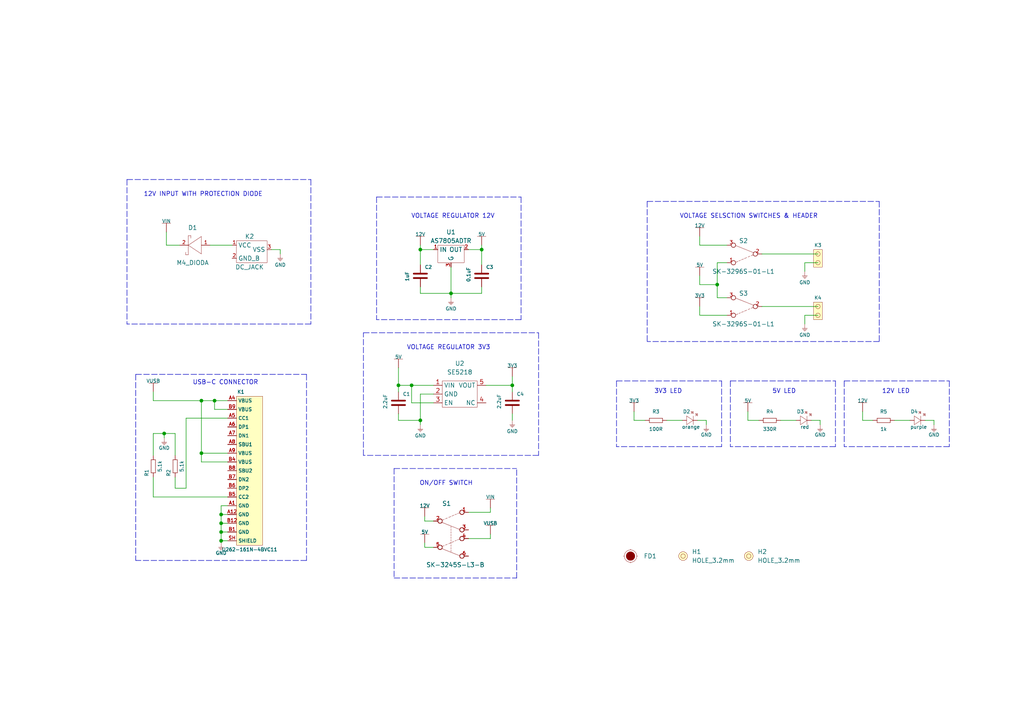
<source format=kicad_sch>
(kicad_sch (version 20210126) (generator eeschema)

  (paper "A4")

  (lib_symbols
    (symbol "e-radionica.com schematics:0402LED" (pin_numbers hide) (pin_names (offset 0.254) hide) (in_bom yes) (on_board yes)
      (property "Reference" "D" (id 0) (at -0.635 2.54 0)
        (effects (font (size 1 1)))
      )
      (property "Value" "0402LED" (id 1) (at 0 -2.54 0)
        (effects (font (size 1 1)))
      )
      (property "Footprint" "e-radionica.com footprinti:0402LED" (id 2) (at 0 5.08 0)
        (effects (font (size 1 1)) hide)
      )
      (property "Datasheet" "" (id 3) (at 0 0 0)
        (effects (font (size 1 1)) hide)
      )
      (symbol "0402LED_0_1"
        (polyline
          (pts
            (xy -0.635 1.27)
            (xy -0.635 -1.27)
            (xy 1.27 0)
          )
          (stroke (width 0.0006)) (fill (type none))
        )
        (polyline
          (pts
            (xy -0.635 1.27)
            (xy 1.27 0)
          )
          (stroke (width 0.0006)) (fill (type none))
        )
        (polyline
          (pts
            (xy 1.27 1.27)
            (xy 1.27 -1.27)
          )
          (stroke (width 0.0006)) (fill (type none))
        )
        (polyline
          (pts
            (xy 0.635 1.905)
            (xy 1.27 2.54)
          )
          (stroke (width 0.0006)) (fill (type none))
        )
        (polyline
          (pts
            (xy 1.905 1.27)
            (xy 2.54 1.905)
          )
          (stroke (width 0.0006)) (fill (type none))
        )
        (polyline
          (pts
            (xy 2.54 1.905)
            (xy 1.905 1.905)
            (xy 2.54 1.27)
            (xy 2.54 1.905)
          )
          (stroke (width 0.0006)) (fill (type none))
        )
        (polyline
          (pts
            (xy 1.27 2.54)
            (xy 0.635 2.54)
            (xy 1.27 1.905)
            (xy 1.27 2.54)
          )
          (stroke (width 0.0006)) (fill (type none))
        )
      )
      (symbol "0402LED_1_1"
        (pin passive line (at -1.905 0 0) (length 1.27)
          (name "A" (effects (font (size 1.27 1.27))))
          (number "1" (effects (font (size 1.27 1.27))))
        )
        (pin passive line (at 2.54 0 180) (length 1.27)
          (name "K" (effects (font (size 1.27 1.27))))
          (number "2" (effects (font (size 1.27 1.27))))
        )
      )
    )
    (symbol "e-radionica.com schematics:0402R" (pin_numbers hide) (pin_names (offset 0.254)) (in_bom yes) (on_board yes)
      (property "Reference" "R" (id 0) (at -1.905 1.27 0)
        (effects (font (size 1 1)))
      )
      (property "Value" "0402R" (id 1) (at 0 -1.27 0)
        (effects (font (size 1 1)))
      )
      (property "Footprint" "e-radionica.com footprinti:0402R" (id 2) (at -2.54 1.905 0)
        (effects (font (size 1 1)) hide)
      )
      (property "Datasheet" "" (id 3) (at -2.54 1.905 0)
        (effects (font (size 1 1)) hide)
      )
      (symbol "0402R_0_1"
        (rectangle (start -1.905 0.635) (end -1.8796 -0.635)
          (stroke (width 0.1)) (fill (type none))
        )
        (rectangle (start -1.905 0.635) (end 1.905 0.6096)
          (stroke (width 0.1)) (fill (type none))
        )
        (rectangle (start -1.905 -0.635) (end 1.905 -0.6604)
          (stroke (width 0.1)) (fill (type none))
        )
        (rectangle (start 1.905 0.635) (end 1.9304 -0.635)
          (stroke (width 0.1)) (fill (type none))
        )
      )
      (symbol "0402R_1_1"
        (pin passive line (at -3.175 0 0) (length 1.27)
          (name "~" (effects (font (size 1.27 1.27))))
          (number "1" (effects (font (size 1.27 1.27))))
        )
        (pin passive line (at 3.175 0 180) (length 1.27)
          (name "~" (effects (font (size 1.27 1.27))))
          (number "2" (effects (font (size 1.27 1.27))))
        )
      )
    )
    (symbol "e-radionica.com schematics:0603C" (pin_numbers hide) (pin_names (offset 0.002)) (in_bom yes) (on_board yes)
      (property "Reference" "C" (id 0) (at -0.635 3.175 0)
        (effects (font (size 1 1)))
      )
      (property "Value" "0603C" (id 1) (at 0 -3.175 0)
        (effects (font (size 1 1)))
      )
      (property "Footprint" "e-radionica.com footprinti:0603C" (id 2) (at 0 0 0)
        (effects (font (size 1 1)) hide)
      )
      (property "Datasheet" "" (id 3) (at 0 0 0)
        (effects (font (size 1 1)) hide)
      )
      (symbol "0603C_0_1"
        (polyline
          (pts
            (xy -0.635 1.905)
            (xy -0.635 -1.905)
          )
          (stroke (width 0.5)) (fill (type none))
        )
        (polyline
          (pts
            (xy 0.635 1.905)
            (xy 0.635 -1.905)
          )
          (stroke (width 0.5)) (fill (type none))
        )
      )
      (symbol "0603C_1_1"
        (pin passive line (at 3.175 0 180) (length 2.54)
          (name "~" (effects (font (size 1.27 1.27))))
          (number "2" (effects (font (size 1.27 1.27))))
        )
        (pin passive line (at -3.175 0 0) (length 2.54)
          (name "~" (effects (font (size 1.27 1.27))))
          (number "1" (effects (font (size 1.27 1.27))))
        )
      )
    )
    (symbol "e-radionica.com schematics:0603R_1" (pin_numbers hide) (pin_names (offset 0.254)) (in_bom yes) (on_board yes)
      (property "Reference" "R" (id 0) (at -1.905 1.905 0)
        (effects (font (size 1 1)))
      )
      (property "Value" "0603R" (id 1) (at 0 -1.905 0)
        (effects (font (size 1 1)))
      )
      (property "Footprint" "e-radionica.com footprinti:0603R" (id 2) (at -0.635 1.905 0)
        (effects (font (size 1 1)) hide)
      )
      (property "Datasheet" "" (id 3) (at -0.635 1.905 0)
        (effects (font (size 1 1)) hide)
      )
      (symbol "0603R_1_0_1"
        (rectangle (start -1.905 0.635) (end -1.8796 -0.635)
          (stroke (width 0.1)) (fill (type none))
        )
        (rectangle (start -1.905 0.635) (end 1.905 0.6096)
          (stroke (width 0.1)) (fill (type none))
        )
        (rectangle (start -1.905 -0.635) (end 1.905 -0.6604)
          (stroke (width 0.1)) (fill (type none))
        )
        (rectangle (start 1.905 0.635) (end 1.9304 -0.635)
          (stroke (width 0.1)) (fill (type none))
        )
      )
      (symbol "0603R_1_1_1"
        (pin passive line (at -3.175 0 0) (length 1.27)
          (name "~" (effects (font (size 1.27 1.27))))
          (number "1" (effects (font (size 1.27 1.27))))
        )
        (pin passive line (at 3.175 0 180) (length 1.27)
          (name "~" (effects (font (size 1.27 1.27))))
          (number "2" (effects (font (size 1.27 1.27))))
        )
      )
    )
    (symbol "e-radionica.com schematics:0603R_2" (pin_numbers hide) (pin_names (offset 0.254)) (in_bom yes) (on_board yes)
      (property "Reference" "R" (id 0) (at -1.905 1.905 0)
        (effects (font (size 1 1)))
      )
      (property "Value" "0603R" (id 1) (at 0 -1.905 0)
        (effects (font (size 1 1)))
      )
      (property "Footprint" "e-radionica.com footprinti:0603R" (id 2) (at -0.635 1.905 0)
        (effects (font (size 1 1)) hide)
      )
      (property "Datasheet" "" (id 3) (at -0.635 1.905 0)
        (effects (font (size 1 1)) hide)
      )
      (symbol "0603R_2_0_1"
        (rectangle (start -1.905 0.635) (end -1.8796 -0.635)
          (stroke (width 0.1)) (fill (type none))
        )
        (rectangle (start -1.905 0.635) (end 1.905 0.6096)
          (stroke (width 0.1)) (fill (type none))
        )
        (rectangle (start -1.905 -0.635) (end 1.905 -0.6604)
          (stroke (width 0.1)) (fill (type none))
        )
        (rectangle (start 1.905 0.635) (end 1.9304 -0.635)
          (stroke (width 0.1)) (fill (type none))
        )
      )
      (symbol "0603R_2_1_1"
        (pin passive line (at -3.175 0 0) (length 1.27)
          (name "~" (effects (font (size 1.27 1.27))))
          (number "1" (effects (font (size 1.27 1.27))))
        )
        (pin passive line (at 3.175 0 180) (length 1.27)
          (name "~" (effects (font (size 1.27 1.27))))
          (number "2" (effects (font (size 1.27 1.27))))
        )
      )
    )
    (symbol "e-radionica.com schematics:12V" (power) (pin_names (offset 0)) (in_bom yes) (on_board yes)
      (property "Reference" "#PWR" (id 0) (at 4.445 0 0)
        (effects (font (size 1 1)) hide)
      )
      (property "Value" "12V" (id 1) (at 0 3.556 0)
        (effects (font (size 1 1)))
      )
      (property "Footprint" "" (id 2) (at 4.445 3.81 0)
        (effects (font (size 1 1)) hide)
      )
      (property "Datasheet" "" (id 3) (at 4.445 3.81 0)
        (effects (font (size 1 1)) hide)
      )
      (property "ki_keywords" "power-flag" (id 4) (at 0 0 0)
        (effects (font (size 1.27 1.27)) hide)
      )
      (property "ki_description" "Power symbol creates a global label with name \"+3V3\"" (id 5) (at 0 0 0)
        (effects (font (size 1.27 1.27)) hide)
      )
      (symbol "12V_0_1"
        (polyline
          (pts
            (xy 0 0)
            (xy 0 2.54)
          )
          (stroke (width 0)) (fill (type none))
        )
        (polyline
          (pts
            (xy -1.27 2.54)
            (xy 1.27 2.54)
          )
          (stroke (width 0.0006)) (fill (type none))
        )
      )
      (symbol "12V_1_1"
        (pin power_in line (at 0 0 90) (length 0) hide
          (name "12V" (effects (font (size 1.27 1.27))))
          (number "1" (effects (font (size 1.27 1.27))))
        )
      )
    )
    (symbol "e-radionica.com schematics:3V3" (power) (pin_names (offset 0)) (in_bom yes) (on_board yes)
      (property "Reference" "#PWR" (id 0) (at 4.445 0 0)
        (effects (font (size 1 1)) hide)
      )
      (property "Value" "3V3" (id 1) (at 0 3.556 0)
        (effects (font (size 1 1)))
      )
      (property "Footprint" "" (id 2) (at 4.445 3.81 0)
        (effects (font (size 1 1)) hide)
      )
      (property "Datasheet" "" (id 3) (at 4.445 3.81 0)
        (effects (font (size 1 1)) hide)
      )
      (property "ki_keywords" "power-flag" (id 4) (at 0 0 0)
        (effects (font (size 1.27 1.27)) hide)
      )
      (property "ki_description" "Power symbol creates a global label with name \"+3V3\"" (id 5) (at 0 0 0)
        (effects (font (size 1.27 1.27)) hide)
      )
      (symbol "3V3_0_1"
        (polyline
          (pts
            (xy 0 0)
            (xy 0 2.54)
          )
          (stroke (width 0)) (fill (type none))
        )
        (polyline
          (pts
            (xy -1.27 2.54)
            (xy 1.27 2.54)
          )
          (stroke (width 0.0006)) (fill (type none))
        )
      )
      (symbol "3V3_1_1"
        (pin power_in line (at 0 0 90) (length 0) hide
          (name "3V3" (effects (font (size 1.27 1.27))))
          (number "1" (effects (font (size 1.27 1.27))))
        )
      )
    )
    (symbol "e-radionica.com schematics:5V" (power) (pin_names (offset 0)) (in_bom yes) (on_board yes)
      (property "Reference" "#PWR" (id 0) (at 4.445 0 0)
        (effects (font (size 1 1)) hide)
      )
      (property "Value" "5V" (id 1) (at 0 3.556 0)
        (effects (font (size 1 1)))
      )
      (property "Footprint" "" (id 2) (at 4.445 3.81 0)
        (effects (font (size 1 1)) hide)
      )
      (property "Datasheet" "" (id 3) (at 4.445 3.81 0)
        (effects (font (size 1 1)) hide)
      )
      (property "ki_keywords" "power-flag" (id 4) (at 0 0 0)
        (effects (font (size 1.27 1.27)) hide)
      )
      (property "ki_description" "Power symbol creates a global label with name \"+3V3\"" (id 5) (at 0 0 0)
        (effects (font (size 1.27 1.27)) hide)
      )
      (symbol "5V_0_1"
        (polyline
          (pts
            (xy 0 0)
            (xy 0 2.54)
          )
          (stroke (width 0)) (fill (type none))
        )
        (polyline
          (pts
            (xy -1.27 2.54)
            (xy 1.27 2.54)
          )
          (stroke (width 0.0006)) (fill (type none))
        )
      )
      (symbol "5V_1_1"
        (pin power_in line (at 0 0 90) (length 0) hide
          (name "5V" (effects (font (size 1.27 1.27))))
          (number "1" (effects (font (size 1.27 1.27))))
        )
      )
    )
    (symbol "e-radionica.com schematics:AS7805ADTR" (in_bom yes) (on_board yes)
      (property "Reference" "U" (id 0) (at 0 5.08 0)
        (effects (font (size 1.27 1.27)))
      )
      (property "Value" "AS7805ADTR" (id 1) (at 0 -8.89 0)
        (effects (font (size 1.27 1.27)))
      )
      (property "Footprint" "e-radionica.com footprinti:AS7805ADTR" (id 2) (at 0 -3.81 0)
        (effects (font (size 1.27 1.27)) hide)
      )
      (property "Datasheet" "" (id 3) (at 0 0 0)
        (effects (font (size 1.27 1.27)) hide)
      )
      (symbol "AS7805ADTR_0_1"
        (rectangle (start -3.81 3.81) (end 3.81 -1.27)
          (stroke (width 0.0006)) (fill (type none))
        )
      )
      (symbol "AS7805ADTR_1_1"
        (pin input line (at -5.08 2.54 0) (length 1.27)
          (name "IN" (effects (font (size 1.27 1.27))))
          (number "1" (effects (font (size 1 1))))
        )
        (pin passive line (at 0 -2.54 90) (length 1.27)
          (name "G" (effects (font (size 1.27 1.27))))
          (number "3" (effects (font (size 1 1))))
        )
        (pin output line (at 5.08 2.54 180) (length 1.27)
          (name "OUT" (effects (font (size 1.27 1.27))))
          (number "2" (effects (font (size 1 1))))
        )
      )
    )
    (symbol "e-radionica.com schematics:DC_JACK" (in_bom yes) (on_board yes)
      (property "Reference" "K" (id 0) (at 0 5.08 0)
        (effects (font (size 1.27 1.27)))
      )
      (property "Value" "DC_JACK" (id 1) (at 0 -5.08 0)
        (effects (font (size 1.27 1.27)))
      )
      (property "Footprint" "e-radionica.com footprinti:DC_JACK" (id 2) (at 0 0 0)
        (effects (font (size 1.27 1.27)) hide)
      )
      (property "Datasheet" "" (id 3) (at 0 0 0)
        (effects (font (size 1.27 1.27)) hide)
      )
      (symbol "DC_JACK_0_1"
        (rectangle (start -3.81 2.54) (end 5.08 -3.81)
          (stroke (width 0.0006)) (fill (type none))
        )
      )
      (symbol "DC_JACK_1_1"
        (pin passive line (at -5.08 1.27 0) (length 1.27)
          (name "VCC" (effects (font (size 1.27 1.27))))
          (number "1" (effects (font (size 1 1))))
        )
        (pin passive line (at -5.08 -2.54 0) (length 1.27)
          (name "GND_B" (effects (font (size 1.27 1.27))))
          (number "2" (effects (font (size 1 1))))
        )
        (pin passive line (at 6.35 0 180) (length 1.27)
          (name "VSS" (effects (font (size 1.27 1.27))))
          (number "3" (effects (font (size 1 1))))
        )
      )
    )
    (symbol "e-radionica.com schematics:Fiducial_Stencil" (pin_numbers hide) (pin_names hide) (in_bom yes) (on_board yes)
      (property "Reference" "FD?" (id 0) (at 0 3.048 0)
        (effects (font (size 1.27 1.27)))
      )
      (property "Value" "Fiducial_Stencil" (id 1) (at 0 -2.794 0)
        (effects (font (size 1.27 1.27)) hide)
      )
      (property "Footprint" "e-radionica.com footprinti:FIDUCIAL_1MM_PASTE" (id 2) (at 0 -6.35 0)
        (effects (font (size 1.27 1.27)) hide)
      )
      (property "Datasheet" "" (id 3) (at 0 0 0)
        (effects (font (size 1.27 1.27)) hide)
      )
      (symbol "Fiducial_Stencil_0_1"
        (circle (center 0 0) (radius 1.7961) (stroke (width 0.0006)) (fill (type none)))
        (circle (center 0 0) (radius 1.27) (stroke (width 0.001)) (fill (type outline)))
        (polyline
          (pts
            (xy 1.778 0)
            (xy 2.032 0)
          )
          (stroke (width 0.0006)) (fill (type none))
        )
        (polyline
          (pts
            (xy 0 1.778)
            (xy 0 2.032)
          )
          (stroke (width 0.0006)) (fill (type none))
        )
        (polyline
          (pts
            (xy -1.778 0)
            (xy -2.032 0)
          )
          (stroke (width 0.0006)) (fill (type none))
        )
        (polyline
          (pts
            (xy 0 -1.778)
            (xy 0 -2.032)
          )
          (stroke (width 0.0006)) (fill (type none))
        )
      )
    )
    (symbol "e-radionica.com schematics:GND" (power) (pin_names (offset 0)) (in_bom yes) (on_board yes)
      (property "Reference" "#PWR" (id 0) (at 4.445 0 0)
        (effects (font (size 1 1)) hide)
      )
      (property "Value" "GND" (id 1) (at 0 -2.921 0)
        (effects (font (size 1 1)))
      )
      (property "Footprint" "" (id 2) (at 4.445 3.81 0)
        (effects (font (size 1 1)) hide)
      )
      (property "Datasheet" "" (id 3) (at 4.445 3.81 0)
        (effects (font (size 1 1)) hide)
      )
      (property "ki_keywords" "power-flag" (id 4) (at 0 0 0)
        (effects (font (size 1.27 1.27)) hide)
      )
      (property "ki_description" "Power symbol creates a global label with name \"+3V3\"" (id 5) (at 0 0 0)
        (effects (font (size 1.27 1.27)) hide)
      )
      (symbol "GND_0_1"
        (polyline
          (pts
            (xy 0 0)
            (xy 0 -1.27)
          )
          (stroke (width 0.0006)) (fill (type none))
        )
        (polyline
          (pts
            (xy -0.762 -1.27)
            (xy 0.762 -1.27)
          )
          (stroke (width 0.0006)) (fill (type none))
        )
        (polyline
          (pts
            (xy -0.381 -1.778)
            (xy 0.381 -1.778)
          )
          (stroke (width 0.0006)) (fill (type none))
        )
        (polyline
          (pts
            (xy -0.127 -2.032)
            (xy 0.127 -2.032)
          )
          (stroke (width 0.0006)) (fill (type none))
        )
        (polyline
          (pts
            (xy -0.635 -1.524)
            (xy 0.635 -1.524)
          )
          (stroke (width 0.0006)) (fill (type none))
        )
      )
      (symbol "GND_1_1"
        (pin power_in line (at 0 0 270) (length 0) hide
          (name "GND" (effects (font (size 1.27 1.27))))
          (number "1" (effects (font (size 1.27 1.27))))
        )
      )
    )
    (symbol "e-radionica.com schematics:GND_1" (power) (pin_names (offset 0)) (in_bom yes) (on_board yes)
      (property "Reference" "#PWR" (id 0) (at 4.445 0 0)
        (effects (font (size 1 1)) hide)
      )
      (property "Value" "GND" (id 1) (at 0 -2.921 0)
        (effects (font (size 1 1)))
      )
      (property "Footprint" "" (id 2) (at 4.445 3.81 0)
        (effects (font (size 1 1)) hide)
      )
      (property "Datasheet" "" (id 3) (at 4.445 3.81 0)
        (effects (font (size 1 1)) hide)
      )
      (property "ki_keywords" "power-flag" (id 4) (at 0 0 0)
        (effects (font (size 1.27 1.27)) hide)
      )
      (property "ki_description" "Power symbol creates a global label with name \"+3V3\"" (id 5) (at 0 0 0)
        (effects (font (size 1.27 1.27)) hide)
      )
      (symbol "GND_1_0_1"
        (polyline
          (pts
            (xy 0 0)
            (xy 0 -1.27)
          )
          (stroke (width 0.0006)) (fill (type none))
        )
        (polyline
          (pts
            (xy -0.762 -1.27)
            (xy 0.762 -1.27)
          )
          (stroke (width 0.0006)) (fill (type none))
        )
        (polyline
          (pts
            (xy -0.381 -1.778)
            (xy 0.381 -1.778)
          )
          (stroke (width 0.0006)) (fill (type none))
        )
        (polyline
          (pts
            (xy -0.127 -2.032)
            (xy 0.127 -2.032)
          )
          (stroke (width 0.0006)) (fill (type none))
        )
        (polyline
          (pts
            (xy -0.635 -1.524)
            (xy 0.635 -1.524)
          )
          (stroke (width 0.0006)) (fill (type none))
        )
      )
      (symbol "GND_1_1_1"
        (pin power_in line (at 0 0 270) (length 0) hide
          (name "GND" (effects (font (size 1.27 1.27))))
          (number "1" (effects (font (size 1.27 1.27))))
        )
      )
    )
    (symbol "e-radionica.com schematics:GND_3" (power) (pin_names (offset 0)) (in_bom yes) (on_board yes)
      (property "Reference" "#PWR" (id 0) (at 4.445 0 0)
        (effects (font (size 1 1)) hide)
      )
      (property "Value" "GND" (id 1) (at 0 -2.921 0)
        (effects (font (size 1 1)))
      )
      (property "Footprint" "" (id 2) (at 4.445 3.81 0)
        (effects (font (size 1 1)) hide)
      )
      (property "Datasheet" "" (id 3) (at 4.445 3.81 0)
        (effects (font (size 1 1)) hide)
      )
      (property "ki_keywords" "power-flag" (id 4) (at 0 0 0)
        (effects (font (size 1.27 1.27)) hide)
      )
      (property "ki_description" "Power symbol creates a global label with name \"+3V3\"" (id 5) (at 0 0 0)
        (effects (font (size 1.27 1.27)) hide)
      )
      (symbol "GND_3_0_1"
        (polyline
          (pts
            (xy 0 0)
            (xy 0 -1.27)
          )
          (stroke (width 0.0006)) (fill (type none))
        )
        (polyline
          (pts
            (xy -0.762 -1.27)
            (xy 0.762 -1.27)
          )
          (stroke (width 0.0006)) (fill (type none))
        )
        (polyline
          (pts
            (xy -0.381 -1.778)
            (xy 0.381 -1.778)
          )
          (stroke (width 0.0006)) (fill (type none))
        )
        (polyline
          (pts
            (xy -0.127 -2.032)
            (xy 0.127 -2.032)
          )
          (stroke (width 0.0006)) (fill (type none))
        )
        (polyline
          (pts
            (xy -0.635 -1.524)
            (xy 0.635 -1.524)
          )
          (stroke (width 0.0006)) (fill (type none))
        )
      )
      (symbol "GND_3_1_1"
        (pin power_in line (at 0 0 270) (length 0) hide
          (name "GND" (effects (font (size 1.27 1.27))))
          (number "1" (effects (font (size 1.27 1.27))))
        )
      )
    )
    (symbol "e-radionica.com schematics:GND_5" (power) (pin_names (offset 0)) (in_bom yes) (on_board yes)
      (property "Reference" "#PWR" (id 0) (at 4.445 0 0)
        (effects (font (size 1 1)) hide)
      )
      (property "Value" "GND" (id 1) (at 0 -2.921 0)
        (effects (font (size 1 1)))
      )
      (property "Footprint" "" (id 2) (at 4.445 3.81 0)
        (effects (font (size 1 1)) hide)
      )
      (property "Datasheet" "" (id 3) (at 4.445 3.81 0)
        (effects (font (size 1 1)) hide)
      )
      (property "ki_keywords" "power-flag" (id 4) (at 0 0 0)
        (effects (font (size 1.27 1.27)) hide)
      )
      (property "ki_description" "Power symbol creates a global label with name \"+3V3\"" (id 5) (at 0 0 0)
        (effects (font (size 1.27 1.27)) hide)
      )
      (symbol "GND_5_0_1"
        (polyline
          (pts
            (xy 0 0)
            (xy 0 -1.27)
          )
          (stroke (width 0.0006)) (fill (type none))
        )
        (polyline
          (pts
            (xy -0.762 -1.27)
            (xy 0.762 -1.27)
          )
          (stroke (width 0.0006)) (fill (type none))
        )
        (polyline
          (pts
            (xy -0.381 -1.778)
            (xy 0.381 -1.778)
          )
          (stroke (width 0.0006)) (fill (type none))
        )
        (polyline
          (pts
            (xy -0.127 -2.032)
            (xy 0.127 -2.032)
          )
          (stroke (width 0.0006)) (fill (type none))
        )
        (polyline
          (pts
            (xy -0.635 -1.524)
            (xy 0.635 -1.524)
          )
          (stroke (width 0.0006)) (fill (type none))
        )
      )
      (symbol "GND_5_1_1"
        (pin power_in line (at 0 0 270) (length 0) hide
          (name "GND" (effects (font (size 1.27 1.27))))
          (number "1" (effects (font (size 1.27 1.27))))
        )
      )
    )
    (symbol "e-radionica.com schematics:HEADER_MALE_2X1" (pin_numbers hide) (pin_names hide) (in_bom yes) (on_board yes)
      (property "Reference" "K" (id 0) (at -1.27 5.08 0)
        (effects (font (size 1 1)))
      )
      (property "Value" "HEADER_MALE_2X1" (id 1) (at 0 -2.54 0)
        (effects (font (size 1 1)))
      )
      (property "Footprint" "e-radionica.com footprinti:HEADER_MALE_2X1" (id 2) (at 0 0 0)
        (effects (font (size 1 1)) hide)
      )
      (property "Datasheet" "" (id 3) (at 0 0 0)
        (effects (font (size 1 1)) hide)
      )
      (symbol "HEADER_MALE_2X1_0_1"
        (circle (center 0 2.54) (radius 0.635) (stroke (width 0.0006)) (fill (type none)))
        (circle (center 0 0) (radius 0.635) (stroke (width 0.0006)) (fill (type none)))
        (rectangle (start 1.27 -1.27) (end -1.27 3.81)
          (stroke (width 0.001)) (fill (type background))
        )
      )
      (symbol "HEADER_MALE_2X1_1_1"
        (pin passive line (at 0 0 180) (length 0)
          (name "~" (effects (font (size 1 1))))
          (number "1" (effects (font (size 1 1))))
        )
        (pin passive line (at 0 2.54 180) (length 0)
          (name "~" (effects (font (size 1 1))))
          (number "2" (effects (font (size 1 1))))
        )
      )
    )
    (symbol "e-radionica.com schematics:HOLE_3.2mm" (pin_numbers hide) (pin_names hide) (in_bom yes) (on_board yes)
      (property "Reference" "H" (id 0) (at 0 2.54 0)
        (effects (font (size 1.27 1.27)))
      )
      (property "Value" "HOLE_3.2mm" (id 1) (at 0 -2.54 0)
        (effects (font (size 1.27 1.27)))
      )
      (property "Footprint" "e-radionica.com footprinti:HOLE_3.2mm" (id 2) (at 0 0 0)
        (effects (font (size 1.27 1.27)) hide)
      )
      (property "Datasheet" "" (id 3) (at 0 0 0)
        (effects (font (size 1.27 1.27)) hide)
      )
      (symbol "HOLE_3.2mm_0_1"
        (circle (center 0 0) (radius 1.27) (stroke (width 0.001)) (fill (type background)))
        (circle (center 0 0) (radius 0.635) (stroke (width 0.0006)) (fill (type none)))
      )
    )
    (symbol "e-radionica.com schematics:M4_DIODA" (pin_names hide) (in_bom yes) (on_board yes)
      (property "Reference" "D" (id 0) (at 0 3.81 0)
        (effects (font (size 1.27 1.27)))
      )
      (property "Value" "M4_DIODA" (id 1) (at 0 -4.572 0)
        (effects (font (size 1.27 1.27)))
      )
      (property "Footprint" "e-radionica.com footprinti:M4_DIODA" (id 2) (at 0 -6.35 0)
        (effects (font (size 1.27 1.27)) hide)
      )
      (property "Datasheet" "" (id 3) (at 0 0 0)
        (effects (font (size 1.27 1.27)) hide)
      )
      (symbol "M4_DIODA_0_1"
        (polyline
          (pts
            (xy -2.54 2.54)
            (xy -2.54 -2.54)
            (xy 1.27 0)
            (xy -2.54 2.54)
          )
          (stroke (width 0.0006)) (fill (type none))
        )
        (polyline
          (pts
            (xy 1.27 2.794)
            (xy 1.27 -2.794)
            (xy 0.508 -2.794)
            (xy 0.508 -2.032)
          )
          (stroke (width 0.0006)) (fill (type none))
        )
        (polyline
          (pts
            (xy 1.27 2.794)
            (xy 2.032 2.794)
            (xy 2.032 2.032)
            (xy 2.032 2.54)
          )
          (stroke (width 0.0006)) (fill (type none))
        )
      )
      (symbol "M4_DIODA_1_1"
        (pin passive line (at -5.08 0 0) (length 2.54)
          (name "A" (effects (font (size 1 1))))
          (number "1" (effects (font (size 1 1))))
        )
        (pin passive line (at 3.81 0 180) (length 2.54)
          (name "K" (effects (font (size 1 1))))
          (number "2" (effects (font (size 1 1))))
        )
      )
    )
    (symbol "e-radionica.com schematics:SE5218" (in_bom yes) (on_board yes)
      (property "Reference" "U" (id 0) (at -3.81 5.08 0)
        (effects (font (size 1.27 1.27)))
      )
      (property "Value" "SE5218" (id 1) (at 0 -5.08 0)
        (effects (font (size 1.27 1.27)))
      )
      (property "Footprint" "e-radionica.com footprinti:SOT-23-5" (id 2) (at 0 0 0)
        (effects (font (size 1.27 1.27)) hide)
      )
      (property "Datasheet" "" (id 3) (at 0 0 0)
        (effects (font (size 1.27 1.27)) hide)
      )
      (symbol "SE5218_0_1"
        (rectangle (start -5.08 3.81) (end 5.08 -3.81)
          (stroke (width 0.0006)) (fill (type none))
        )
      )
      (symbol "SE5218_1_1"
        (pin power_in line (at -7.62 2.54 0) (length 2.54)
          (name "VIN" (effects (font (size 1.27 1.27))))
          (number "1" (effects (font (size 1.27 1.27))))
        )
        (pin power_in line (at -7.62 0 0) (length 2.54)
          (name "GND" (effects (font (size 1.27 1.27))))
          (number "2" (effects (font (size 1.27 1.27))))
        )
        (pin input line (at -7.62 -2.54 0) (length 2.54)
          (name "EN" (effects (font (size 1.27 1.27))))
          (number "3" (effects (font (size 1.27 1.27))))
        )
        (pin passive line (at 7.62 -2.54 180) (length 2.54)
          (name "NC" (effects (font (size 1.27 1.27))))
          (number "4" (effects (font (size 1.27 1.27))))
        )
        (pin power_out line (at 7.62 2.54 180) (length 2.54)
          (name "VOUT" (effects (font (size 1.27 1.27))))
          (number "5" (effects (font (size 1.27 1.27))))
        )
      )
    )
    (symbol "e-radionica.com schematics:SK-3245S-L3-B" (in_bom yes) (on_board yes)
      (property "Reference" "S" (id 0) (at -3.81 7.62 0)
        (effects (font (size 1.27 1.27)))
      )
      (property "Value" "SK-3245S-L3-B" (id 1) (at 0 -10.16 0)
        (effects (font (size 1.27 1.27)))
      )
      (property "Footprint" "e-radionica.com footprinti:SK-3245S-L3-B" (id 2) (at 0 0 0)
        (effects (font (size 1.27 1.27)) hide)
      )
      (property "Datasheet" "" (id 3) (at 0 0 0)
        (effects (font (size 1.27 1.27)) hide)
      )
      (symbol "SK-3245S-L3-B_0_1"
        (polyline
          (pts
            (xy -5.1816 -4.191)
            (xy -0.0254 -6.2484)
          )
          (stroke (width 0.0006)) (fill (type none))
        )
        (polyline
          (pts
            (xy -5.1054 -3.556)
            (xy -4.4958 -3.302)
          )
          (stroke (width 0.0006)) (fill (type none))
        )
        (polyline
          (pts
            (xy -4.1402 -3.1496)
            (xy -3.6068 -2.921)
          )
          (stroke (width 0.0006)) (fill (type none))
        )
        (polyline
          (pts
            (xy -3.2258 -2.7686)
            (xy -2.54 -2.4638)
          )
          (stroke (width 0.0006)) (fill (type none))
        )
        (polyline
          (pts
            (xy -2.286 -2.3622)
            (xy -1.7018 -2.1082)
          )
          (stroke (width 0.0006)) (fill (type none))
        )
        (polyline
          (pts
            (xy -1.4224 -1.9812)
            (xy -0.9398 -1.778)
          )
          (stroke (width 0.0006)) (fill (type none))
        )
        (polyline
          (pts
            (xy -0.6858 -1.6764)
            (xy -0.127 -1.4224)
            (xy -0.1524 -1.4224)
          )
          (stroke (width 0.0006)) (fill (type none))
        )
        (polyline
          (pts
            (xy -5.1816 3.429)
            (xy -0.0254 1.3716)
          )
          (stroke (width 0.0006)) (fill (type none))
        )
        (polyline
          (pts
            (xy -5.1054 4.064)
            (xy -4.4958 4.318)
          )
          (stroke (width 0.0006)) (fill (type none))
        )
        (polyline
          (pts
            (xy -4.1402 4.4704)
            (xy -3.6068 4.699)
          )
          (stroke (width 0.0006)) (fill (type none))
        )
        (polyline
          (pts
            (xy -3.2258 4.8514)
            (xy -2.54 5.1562)
          )
          (stroke (width 0.0006)) (fill (type none))
        )
        (polyline
          (pts
            (xy -2.286 5.2578)
            (xy -1.7018 5.5118)
          )
          (stroke (width 0.0006)) (fill (type none))
        )
        (polyline
          (pts
            (xy -1.4224 5.6388)
            (xy -0.9398 5.842)
          )
          (stroke (width 0.0006)) (fill (type none))
        )
        (polyline
          (pts
            (xy -0.6858 5.9436)
            (xy -0.127 6.1976)
            (xy -0.1524 6.1976)
          )
          (stroke (width 0.0006)) (fill (type none))
        )
        (polyline
          (pts
            (xy -2.54 2.286)
            (xy -2.54 1.778)
            (xy -2.54 1.778)
          )
          (stroke (width 0.0006)) (fill (type none))
        )
        (polyline
          (pts
            (xy -2.54 1.524)
            (xy -2.54 1.016)
          )
          (stroke (width 0.0006)) (fill (type none))
        )
        (polyline
          (pts
            (xy -2.54 0.762)
            (xy -2.54 0.254)
          )
          (stroke (width 0.0006)) (fill (type none))
        )
        (polyline
          (pts
            (xy -2.54 0)
            (xy -2.54 -0.508)
          )
          (stroke (width 0.0006)) (fill (type none))
        )
        (polyline
          (pts
            (xy -2.54 -0.762)
            (xy -2.54 -1.27)
          )
          (stroke (width 0.0006)) (fill (type none))
        )
        (polyline
          (pts
            (xy -2.54 -1.524)
            (xy -2.54 -2.032)
          )
          (stroke (width 0.0006)) (fill (type none))
        )
        (polyline
          (pts
            (xy -2.54 -2.286)
            (xy -2.54 -2.794)
          )
          (stroke (width 0.0006)) (fill (type none))
        )
        (polyline
          (pts
            (xy -2.54 -3.048)
            (xy -2.54 -3.556)
          )
          (stroke (width 0.0006)) (fill (type none))
        )
        (polyline
          (pts
            (xy -2.54 -3.81)
            (xy -2.54 -4.318)
          )
          (stroke (width 0.0006)) (fill (type none))
        )
        (polyline
          (pts
            (xy -2.54 -4.572)
            (xy -2.54 -5.08)
            (xy -2.54 -4.826)
          )
          (stroke (width 0.0006)) (fill (type none))
        )
      )
      (symbol "SK-3245S-L3-B_1_1"
        (pin input inverted (at -7.62 -3.81 0) (length 2.54)
          (name "" (effects (font (size 1 1))))
          (number "5" (effects (font (size 1 1))))
        )
        (pin input inverted (at 2.54 -1.27 180) (length 2.54)
          (name "" (effects (font (size 1 1))))
          (number "4" (effects (font (size 1 1))))
        )
        (pin input inverted (at 2.54 -6.35 180) (length 2.54)
          (name "" (effects (font (size 1 1))))
          (number "6" (effects (font (size 1 1))))
        )
        (pin input inverted (at -7.62 3.81 0) (length 2.54)
          (name "" (effects (font (size 1 1))))
          (number "2" (effects (font (size 1 1))))
        )
        (pin input inverted (at 2.54 6.35 180) (length 2.54)
          (name "" (effects (font (size 1 1))))
          (number "1" (effects (font (size 1 1))))
        )
        (pin input inverted (at 2.54 1.27 180) (length 2.54)
          (name "" (effects (font (size 1 1))))
          (number "3" (effects (font (size 1 1))))
        )
      )
    )
    (symbol "e-radionica.com schematics:SK-3296S-01-L1" (in_bom yes) (on_board yes)
      (property "Reference" "S" (id 0) (at 0 7.62 0)
        (effects (font (size 1.27 1.27)))
      )
      (property "Value" "SK-3296S-01-L1" (id 1) (at 0 -6.35 0)
        (effects (font (size 1.27 1.27)))
      )
      (property "Footprint" "e-radionica.com footprinti:SWITCH_ON_OFF_ON_3296" (id 2) (at -0.762 0 0)
        (effects (font (size 1.27 1.27)) hide)
      )
      (property "Datasheet" "" (id 3) (at -0.762 0 0)
        (effects (font (size 1.27 1.27)) hide)
      )
      (property "ki_keywords" "SMD SWITCH    SMD SWITCH" (id 4) (at 0 0 0)
        (effects (font (size 1.27 1.27)) hide)
      )
      (symbol "SK-3296S-01-L1_0_1"
        (polyline
          (pts
            (xy -2.8956 -0.381)
            (xy 2.2606 -2.4384)
          )
          (stroke (width 0.0006)) (fill (type none))
        )
        (polyline
          (pts
            (xy -2.8194 0.254)
            (xy -2.2098 0.508)
          )
          (stroke (width 0.0006)) (fill (type none))
        )
        (polyline
          (pts
            (xy -1.8542 0.6604)
            (xy -1.3208 0.889)
          )
          (stroke (width 0.0006)) (fill (type none))
        )
        (polyline
          (pts
            (xy -0.9398 1.0414)
            (xy -0.254 1.3462)
          )
          (stroke (width 0.0006)) (fill (type none))
        )
        (polyline
          (pts
            (xy 0 1.4478)
            (xy 0.5842 1.7018)
          )
          (stroke (width 0.0006)) (fill (type none))
        )
        (polyline
          (pts
            (xy 0.8636 1.8288)
            (xy 1.3462 2.032)
          )
          (stroke (width 0.0006)) (fill (type none))
        )
        (polyline
          (pts
            (xy 1.6002 2.1336)
            (xy 2.159 2.3876)
            (xy 2.1336 2.3876)
          )
          (stroke (width 0.0006)) (fill (type none))
        )
      )
      (symbol "SK-3296S-01-L1_1_1"
        (pin input inverted (at -5.334 0 0) (length 2.54)
          (name "" (effects (font (size 1 1))))
          (number "2" (effects (font (size 1 1))))
        )
        (pin input inverted (at 4.826 2.54 180) (length 2.54)
          (name "" (effects (font (size 1 1))))
          (number "1" (effects (font (size 1 1))))
        )
        (pin input inverted (at 4.826 -2.54 180) (length 2.54)
          (name "" (effects (font (size 1 1))))
          (number "3" (effects (font (size 1 1))))
        )
      )
    )
    (symbol "e-radionica.com schematics:U262-161N-4BVC11" (in_bom yes) (on_board yes)
      (property "Reference" "K" (id 0) (at 0 22.86 0)
        (effects (font (size 1 1)))
      )
      (property "Value" "U262-161N-4BVC11" (id 1) (at 2.54 -22.86 0)
        (effects (font (size 1 1)))
      )
      (property "Footprint" "e-radionica.com footprinti:U262-161N-4BVC11" (id 2) (at 1.27 -3.81 0)
        (effects (font (size 1 1)) hide)
      )
      (property "Datasheet" "" (id 3) (at 1.27 -3.81 0)
        (effects (font (size 1 1)) hide)
      )
      (property "ki_keywords" "USBC USB-C USB" (id 4) (at 0 0 0)
        (effects (font (size 1.27 1.27)) hide)
      )
      (symbol "U262-161N-4BVC11_0_1"
        (rectangle (start -1.27 21.59) (end 6.35 -21.59)
          (stroke (width 0.001)) (fill (type background))
        )
      )
      (symbol "U262-161N-4BVC11_1_1"
        (pin passive line (at -3.81 20.32 0) (length 2.54)
          (name "VBUS" (effects (font (size 1 1))))
          (number "A4" (effects (font (size 1 1))))
        )
        (pin passive line (at -3.81 17.78 0) (length 2.54)
          (name "VBUS" (effects (font (size 1 1))))
          (number "B9" (effects (font (size 1 1))))
        )
        (pin passive line (at -3.81 15.24 0) (length 2.54)
          (name "CC1" (effects (font (size 1 1))))
          (number "A5" (effects (font (size 1 1))))
        )
        (pin passive line (at -3.81 12.7 0) (length 2.54)
          (name "DP1" (effects (font (size 1 1))))
          (number "A6" (effects (font (size 1 1))))
        )
        (pin passive line (at -3.81 10.16 0) (length 2.54)
          (name "DN1" (effects (font (size 1 1))))
          (number "A7" (effects (font (size 1 1))))
        )
        (pin passive line (at -3.81 7.62 0) (length 2.54)
          (name "SBU1" (effects (font (size 1 1))))
          (number "A8" (effects (font (size 1 1))))
        )
        (pin passive line (at -3.81 5.08 0) (length 2.54)
          (name "VBUS" (effects (font (size 1 1))))
          (number "A9" (effects (font (size 1 1))))
        )
        (pin passive line (at -3.81 2.54 0) (length 2.54)
          (name "VBUS" (effects (font (size 1 1))))
          (number "B4" (effects (font (size 1 1))))
        )
        (pin passive line (at -3.81 0 0) (length 2.54)
          (name "SBU2" (effects (font (size 1 1))))
          (number "B8" (effects (font (size 1 1))))
        )
        (pin passive line (at -3.81 -2.54 0) (length 2.54)
          (name "DN2" (effects (font (size 1 1))))
          (number "B7" (effects (font (size 1 1))))
        )
        (pin passive line (at -3.81 -5.08 0) (length 2.54)
          (name "DP2" (effects (font (size 1 1))))
          (number "B6" (effects (font (size 1 1))))
        )
        (pin passive line (at -3.81 -7.62 0) (length 2.54)
          (name "CC2" (effects (font (size 1 1))))
          (number "B5" (effects (font (size 1 1))))
        )
        (pin passive line (at -3.81 -10.16 0) (length 2.54)
          (name "GND" (effects (font (size 1 1))))
          (number "A1" (effects (font (size 1 1))))
        )
        (pin passive line (at -3.81 -12.7 0) (length 2.54)
          (name "GND" (effects (font (size 1 1))))
          (number "A12" (effects (font (size 1 1))))
        )
        (pin passive line (at -3.81 -15.24 0) (length 2.54)
          (name "GND" (effects (font (size 1 1))))
          (number "B12" (effects (font (size 1 1))))
        )
        (pin passive line (at -3.81 -17.78 0) (length 2.54)
          (name "GND" (effects (font (size 1 1))))
          (number "B1" (effects (font (size 1 1))))
        )
        (pin passive line (at -3.81 -20.32 0) (length 2.54)
          (name "SHIELD" (effects (font (size 1 1))))
          (number "SH" (effects (font (size 1 1))))
        )
      )
    )
    (symbol "e-radionica.com schematics:VIN" (power) (pin_names (offset 0)) (in_bom yes) (on_board yes)
      (property "Reference" "#PWR" (id 0) (at 4.445 0 0)
        (effects (font (size 1 1)) hide)
      )
      (property "Value" "VIN" (id 1) (at 0 3.556 0)
        (effects (font (size 1 1)))
      )
      (property "Footprint" "" (id 2) (at 4.445 3.81 0)
        (effects (font (size 1 1)) hide)
      )
      (property "Datasheet" "" (id 3) (at 4.445 3.81 0)
        (effects (font (size 1 1)) hide)
      )
      (property "ki_keywords" "power-flag" (id 4) (at 0 0 0)
        (effects (font (size 1.27 1.27)) hide)
      )
      (property "ki_description" "Power symbol creates a global label with name \"+3V3\"" (id 5) (at 0 0 0)
        (effects (font (size 1.27 1.27)) hide)
      )
      (symbol "VIN_0_1"
        (polyline
          (pts
            (xy 0 0)
            (xy 0 2.54)
          )
          (stroke (width 0)) (fill (type none))
        )
        (polyline
          (pts
            (xy -1.27 2.54)
            (xy 1.27 2.54)
          )
          (stroke (width 0.0006)) (fill (type none))
        )
      )
      (symbol "VIN_1_1"
        (pin power_in line (at 0 0 90) (length 0) hide
          (name "VIN" (effects (font (size 1.27 1.27))))
          (number "1" (effects (font (size 1.27 1.27))))
        )
      )
    )
    (symbol "e-radionica.com schematics:VUSB" (power) (pin_names (offset 0)) (in_bom yes) (on_board yes)
      (property "Reference" "#PWR" (id 0) (at 4.445 0 0)
        (effects (font (size 1 1)) hide)
      )
      (property "Value" "VUSB" (id 1) (at 0 3.556 0)
        (effects (font (size 1 1)))
      )
      (property "Footprint" "" (id 2) (at 4.445 3.81 0)
        (effects (font (size 1 1)) hide)
      )
      (property "Datasheet" "" (id 3) (at 4.445 3.81 0)
        (effects (font (size 1 1)) hide)
      )
      (property "ki_keywords" "power-flag" (id 4) (at 0 0 0)
        (effects (font (size 1.27 1.27)) hide)
      )
      (property "ki_description" "Power symbol creates a global label with name \"+3V3\"" (id 5) (at 0 0 0)
        (effects (font (size 1.27 1.27)) hide)
      )
      (symbol "VUSB_0_1"
        (polyline
          (pts
            (xy 0 0)
            (xy 0 2.54)
          )
          (stroke (width 0)) (fill (type none))
        )
        (polyline
          (pts
            (xy -1.27 2.54)
            (xy 1.27 2.54)
          )
          (stroke (width 0.0006)) (fill (type none))
        )
      )
      (symbol "VUSB_1_1"
        (pin power_in line (at 0 0 90) (length 0) hide
          (name "VUSB" (effects (font (size 1.27 1.27))))
          (number "1" (effects (font (size 1.27 1.27))))
        )
      )
    )
  )

  (junction (at 47.625 125.73) (diameter 0.9144) (color 0 0 0 0))
  (junction (at 58.42 116.205) (diameter 0.9144) (color 0 0 0 0))
  (junction (at 58.42 131.445) (diameter 0.9144) (color 0 0 0 0))
  (junction (at 62.23 116.205) (diameter 0.9144) (color 0 0 0 0))
  (junction (at 64.135 149.225) (diameter 0.9144) (color 0 0 0 0))
  (junction (at 64.135 151.765) (diameter 0.9144) (color 0 0 0 0))
  (junction (at 64.135 154.305) (diameter 0.9144) (color 0 0 0 0))
  (junction (at 64.135 156.845) (diameter 0.9144) (color 0 0 0 0))
  (junction (at 115.57 111.76) (diameter 0.9144) (color 0 0 0 0))
  (junction (at 119.38 111.76) (diameter 0.9144) (color 0 0 0 0))
  (junction (at 121.92 72.39) (diameter 0.9144) (color 0 0 0 0))
  (junction (at 121.92 121.92) (diameter 0.9144) (color 0 0 0 0))
  (junction (at 130.81 85.09) (diameter 0.9144) (color 0 0 0 0))
  (junction (at 139.7 72.39) (diameter 0.9144) (color 0 0 0 0))
  (junction (at 148.59 111.76) (diameter 0.9144) (color 0 0 0 0))
  (junction (at 208.026 82.55) (diameter 0.9144) (color 0 0 0 0))

  (wire (pts (xy 44.45 116.205) (xy 44.45 113.665))
    (stroke (width 0) (type solid) (color 0 0 0 0))
    (uuid c6df5547-431b-49f1-853c-ea7f9f951b23)
  )
  (wire (pts (xy 44.45 116.205) (xy 58.42 116.205))
    (stroke (width 0) (type solid) (color 0 0 0 0))
    (uuid b4813862-8417-49fc-ad6d-cb8d6974ac02)
  )
  (wire (pts (xy 44.45 125.73) (xy 44.45 132.08))
    (stroke (width 0) (type solid) (color 0 0 0 0))
    (uuid 276f74c8-a42f-46c0-b9ca-72a909519d35)
  )
  (wire (pts (xy 44.45 125.73) (xy 47.625 125.73))
    (stroke (width 0) (type solid) (color 0 0 0 0))
    (uuid 0ff9407c-428b-4e39-aeb5-30c8f1d163e9)
  )
  (wire (pts (xy 44.45 138.43) (xy 44.45 144.145))
    (stroke (width 0) (type solid) (color 0 0 0 0))
    (uuid 99072e93-5274-419c-ba38-73108ceba3c1)
  )
  (wire (pts (xy 47.625 125.73) (xy 47.625 127))
    (stroke (width 0) (type solid) (color 0 0 0 0))
    (uuid 08e4ee58-d4de-47fc-aa8f-0e7009af4583)
  )
  (wire (pts (xy 47.625 125.73) (xy 50.8 125.73))
    (stroke (width 0) (type solid) (color 0 0 0 0))
    (uuid 22491a4d-81bb-4a92-88fc-04dea86ba144)
  )
  (wire (pts (xy 48.26 71.12) (xy 48.26 67.31))
    (stroke (width 0) (type solid) (color 0 0 0 0))
    (uuid 44a01e11-777f-4808-b9de-f3f1cd54b787)
  )
  (wire (pts (xy 50.8 125.73) (xy 50.8 132.08))
    (stroke (width 0) (type solid) (color 0 0 0 0))
    (uuid 70ea09a8-aa23-4ade-9445-844a4754e62e)
  )
  (wire (pts (xy 50.8 138.43) (xy 50.8 141.605))
    (stroke (width 0) (type solid) (color 0 0 0 0))
    (uuid 2ec08eb3-98d5-4910-91ee-0e06d2b27240)
  )
  (wire (pts (xy 50.8 141.605) (xy 53.975 141.605))
    (stroke (width 0) (type solid) (color 0 0 0 0))
    (uuid 4cf4ae9b-164b-441f-bf83-b0833519c447)
  )
  (wire (pts (xy 52.07 71.12) (xy 48.26 71.12))
    (stroke (width 0) (type solid) (color 0 0 0 0))
    (uuid 44a01e11-777f-4808-b9de-f3f1cd54b787)
  )
  (wire (pts (xy 53.975 121.285) (xy 66.04 121.285))
    (stroke (width 0) (type solid) (color 0 0 0 0))
    (uuid 638389f4-9587-4241-9344-67d23b7bdf54)
  )
  (wire (pts (xy 53.975 141.605) (xy 53.975 121.285))
    (stroke (width 0) (type solid) (color 0 0 0 0))
    (uuid 63cfdcdd-d40c-47e0-baa6-b5bfd9631c60)
  )
  (wire (pts (xy 58.42 116.205) (xy 62.23 116.205))
    (stroke (width 0) (type solid) (color 0 0 0 0))
    (uuid 090fd56a-f3bc-47cd-97aa-f84881ff32b3)
  )
  (wire (pts (xy 58.42 131.445) (xy 58.42 116.205))
    (stroke (width 0) (type solid) (color 0 0 0 0))
    (uuid a3ee54db-2b9f-473b-9747-207741574a80)
  )
  (wire (pts (xy 58.42 131.445) (xy 58.42 133.985))
    (stroke (width 0) (type solid) (color 0 0 0 0))
    (uuid 959224df-ced0-4d73-bf2f-23c58ac5f8b8)
  )
  (wire (pts (xy 58.42 131.445) (xy 66.04 131.445))
    (stroke (width 0) (type solid) (color 0 0 0 0))
    (uuid 606e4823-4175-465e-8073-a04847c773ec)
  )
  (wire (pts (xy 60.96 71.12) (xy 67.31 71.12))
    (stroke (width 0) (type solid) (color 0 0 0 0))
    (uuid da2d856a-2876-4255-99c5-080674c59758)
  )
  (wire (pts (xy 62.23 116.205) (xy 66.04 116.205))
    (stroke (width 0) (type solid) (color 0 0 0 0))
    (uuid 973016f5-045a-41be-99e4-68e7c014dc3d)
  )
  (wire (pts (xy 62.23 118.745) (xy 62.23 116.205))
    (stroke (width 0) (type solid) (color 0 0 0 0))
    (uuid 0d893504-3a1a-4413-923f-86a99855fc61)
  )
  (wire (pts (xy 64.135 146.685) (xy 64.135 149.225))
    (stroke (width 0) (type solid) (color 0 0 0 0))
    (uuid de5357b9-60a3-42e0-9ad9-43167b94fb0c)
  )
  (wire (pts (xy 64.135 149.225) (xy 64.135 151.765))
    (stroke (width 0) (type solid) (color 0 0 0 0))
    (uuid fc1a9a64-c962-4f2c-99c7-a519fc89c8d1)
  )
  (wire (pts (xy 64.135 149.225) (xy 66.04 149.225))
    (stroke (width 0) (type solid) (color 0 0 0 0))
    (uuid 5d53f1d8-ac31-4afe-a454-9aab1322457f)
  )
  (wire (pts (xy 64.135 151.765) (xy 64.135 154.305))
    (stroke (width 0) (type solid) (color 0 0 0 0))
    (uuid c16fe4d1-7d3c-4cd0-b974-65b29693cda2)
  )
  (wire (pts (xy 64.135 151.765) (xy 66.04 151.765))
    (stroke (width 0) (type solid) (color 0 0 0 0))
    (uuid b309d807-f3b9-4861-b771-9411a33638e5)
  )
  (wire (pts (xy 64.135 154.305) (xy 64.135 156.845))
    (stroke (width 0) (type solid) (color 0 0 0 0))
    (uuid cfd924a1-349e-4d9f-b1ee-fff0b3f555f6)
  )
  (wire (pts (xy 64.135 154.305) (xy 66.04 154.305))
    (stroke (width 0) (type solid) (color 0 0 0 0))
    (uuid cc194f94-e024-4e21-9d6f-04d1c99d897d)
  )
  (wire (pts (xy 64.135 156.845) (xy 64.135 157.48))
    (stroke (width 0) (type solid) (color 0 0 0 0))
    (uuid 76deb955-7f34-492c-b865-211dcfc4c9ba)
  )
  (wire (pts (xy 66.04 118.745) (xy 62.23 118.745))
    (stroke (width 0) (type solid) (color 0 0 0 0))
    (uuid aac44e4e-83ee-461c-abde-03e9e0f12b6c)
  )
  (wire (pts (xy 66.04 133.985) (xy 58.42 133.985))
    (stroke (width 0) (type solid) (color 0 0 0 0))
    (uuid be351a5a-0c5a-4626-8c54-137683ac7698)
  )
  (wire (pts (xy 66.04 144.145) (xy 44.45 144.145))
    (stroke (width 0) (type solid) (color 0 0 0 0))
    (uuid 3c76eceb-1c57-4199-917c-8d3c81a5c89a)
  )
  (wire (pts (xy 66.04 146.685) (xy 64.135 146.685))
    (stroke (width 0) (type solid) (color 0 0 0 0))
    (uuid 907872a7-70de-4654-a929-33fe422fb180)
  )
  (wire (pts (xy 66.04 156.845) (xy 64.135 156.845))
    (stroke (width 0) (type solid) (color 0 0 0 0))
    (uuid 50db0e2c-6cce-4064-9d4f-b4386c263b3e)
  )
  (wire (pts (xy 78.74 72.39) (xy 81.28 72.39))
    (stroke (width 0) (type solid) (color 0 0 0 0))
    (uuid d69a1070-7b19-4af9-9f0f-74bb53adf511)
  )
  (wire (pts (xy 81.28 72.39) (xy 81.28 73.66))
    (stroke (width 0) (type solid) (color 0 0 0 0))
    (uuid d69a1070-7b19-4af9-9f0f-74bb53adf511)
  )
  (wire (pts (xy 115.57 111.76) (xy 115.57 106.68))
    (stroke (width 0) (type solid) (color 0 0 0 0))
    (uuid fecec40d-d234-42c3-8d45-ce4216245f17)
  )
  (wire (pts (xy 115.57 111.76) (xy 115.57 113.665))
    (stroke (width 0) (type solid) (color 0 0 0 0))
    (uuid 9c4e15e5-6f6a-445b-b08f-1450f5b8269b)
  )
  (wire (pts (xy 115.57 120.015) (xy 115.57 121.92))
    (stroke (width 0) (type solid) (color 0 0 0 0))
    (uuid 6f1a68bc-337b-417a-b510-9a988d372336)
  )
  (wire (pts (xy 115.57 121.92) (xy 121.92 121.92))
    (stroke (width 0) (type solid) (color 0 0 0 0))
    (uuid 6f1a68bc-337b-417a-b510-9a988d372336)
  )
  (wire (pts (xy 119.38 111.76) (xy 115.57 111.76))
    (stroke (width 0) (type solid) (color 0 0 0 0))
    (uuid fecec40d-d234-42c3-8d45-ce4216245f17)
  )
  (wire (pts (xy 119.38 116.84) (xy 119.38 111.76))
    (stroke (width 0) (type solid) (color 0 0 0 0))
    (uuid 0a418b8b-7d26-453f-b9c2-108ed9106688)
  )
  (wire (pts (xy 121.92 71.12) (xy 121.92 72.39))
    (stroke (width 0) (type solid) (color 0 0 0 0))
    (uuid 4db6e45a-b9f0-49b5-a7b9-a3829197122e)
  )
  (wire (pts (xy 121.92 72.39) (xy 121.92 76.835))
    (stroke (width 0) (type solid) (color 0 0 0 0))
    (uuid 4db6e45a-b9f0-49b5-a7b9-a3829197122e)
  )
  (wire (pts (xy 121.92 72.39) (xy 125.73 72.39))
    (stroke (width 0) (type solid) (color 0 0 0 0))
    (uuid 93379a13-0c55-464a-a581-a90df587e45d)
  )
  (wire (pts (xy 121.92 83.185) (xy 121.92 85.09))
    (stroke (width 0) (type solid) (color 0 0 0 0))
    (uuid 0f3d3ac3-fd44-4944-a0eb-062c1e328e0c)
  )
  (wire (pts (xy 121.92 85.09) (xy 130.81 85.09))
    (stroke (width 0) (type solid) (color 0 0 0 0))
    (uuid 0f3d3ac3-fd44-4944-a0eb-062c1e328e0c)
  )
  (wire (pts (xy 121.92 114.3) (xy 121.92 121.92))
    (stroke (width 0) (type solid) (color 0 0 0 0))
    (uuid 8aec303a-3245-41f8-8fff-d5769dfc7202)
  )
  (wire (pts (xy 121.92 121.92) (xy 121.92 123.19))
    (stroke (width 0) (type solid) (color 0 0 0 0))
    (uuid 6f1a68bc-337b-417a-b510-9a988d372336)
  )
  (wire (pts (xy 123.19 151.13) (xy 123.19 149.86))
    (stroke (width 0) (type solid) (color 0 0 0 0))
    (uuid 840a4a0a-3c8a-4d34-ade7-cd1851670e29)
  )
  (wire (pts (xy 123.19 158.75) (xy 123.19 157.48))
    (stroke (width 0) (type solid) (color 0 0 0 0))
    (uuid 205305ba-50eb-4de7-af1a-1a78068adf49)
  )
  (wire (pts (xy 125.73 111.76) (xy 119.38 111.76))
    (stroke (width 0) (type solid) (color 0 0 0 0))
    (uuid fecec40d-d234-42c3-8d45-ce4216245f17)
  )
  (wire (pts (xy 125.73 114.3) (xy 121.92 114.3))
    (stroke (width 0) (type solid) (color 0 0 0 0))
    (uuid 8aec303a-3245-41f8-8fff-d5769dfc7202)
  )
  (wire (pts (xy 125.73 116.84) (xy 119.38 116.84))
    (stroke (width 0) (type solid) (color 0 0 0 0))
    (uuid 0a418b8b-7d26-453f-b9c2-108ed9106688)
  )
  (wire (pts (xy 125.73 151.13) (xy 123.19 151.13))
    (stroke (width 0) (type solid) (color 0 0 0 0))
    (uuid 840a4a0a-3c8a-4d34-ade7-cd1851670e29)
  )
  (wire (pts (xy 125.73 158.75) (xy 123.19 158.75))
    (stroke (width 0) (type solid) (color 0 0 0 0))
    (uuid 205305ba-50eb-4de7-af1a-1a78068adf49)
  )
  (wire (pts (xy 130.81 77.47) (xy 130.81 85.09))
    (stroke (width 0) (type solid) (color 0 0 0 0))
    (uuid 3b1488c6-9f91-4557-af8e-8ecd561698f7)
  )
  (wire (pts (xy 130.81 85.09) (xy 130.81 86.36))
    (stroke (width 0) (type solid) (color 0 0 0 0))
    (uuid 0f3d3ac3-fd44-4944-a0eb-062c1e328e0c)
  )
  (wire (pts (xy 130.81 85.09) (xy 139.7 85.09))
    (stroke (width 0) (type solid) (color 0 0 0 0))
    (uuid 53fe2f1f-1aee-43c0-8fd8-ed76e98c2f26)
  )
  (wire (pts (xy 135.89 72.39) (xy 139.7 72.39))
    (stroke (width 0) (type solid) (color 0 0 0 0))
    (uuid 92221aab-5950-4ce4-a1c1-0aaddd8d2039)
  )
  (wire (pts (xy 135.89 148.59) (xy 142.24 148.59))
    (stroke (width 0) (type solid) (color 0 0 0 0))
    (uuid 2e4addbc-074a-423a-b8bd-f707c7a974b4)
  )
  (wire (pts (xy 135.89 156.21) (xy 142.24 156.21))
    (stroke (width 0) (type solid) (color 0 0 0 0))
    (uuid 6705da50-f162-4ca6-8134-ab68544fa8bb)
  )
  (wire (pts (xy 139.7 71.12) (xy 139.7 72.39))
    (stroke (width 0) (type solid) (color 0 0 0 0))
    (uuid 8d0e833b-3c2f-40a8-8b93-fc84cb20c76e)
  )
  (wire (pts (xy 139.7 72.39) (xy 139.7 76.835))
    (stroke (width 0) (type solid) (color 0 0 0 0))
    (uuid 8d0e833b-3c2f-40a8-8b93-fc84cb20c76e)
  )
  (wire (pts (xy 139.7 83.185) (xy 139.7 85.09))
    (stroke (width 0) (type solid) (color 0 0 0 0))
    (uuid 53fe2f1f-1aee-43c0-8fd8-ed76e98c2f26)
  )
  (wire (pts (xy 140.97 111.76) (xy 148.59 111.76))
    (stroke (width 0) (type solid) (color 0 0 0 0))
    (uuid 9a7411df-b829-480f-a69f-13bdaf9b28a6)
  )
  (wire (pts (xy 142.24 148.59) (xy 142.24 147.32))
    (stroke (width 0) (type solid) (color 0 0 0 0))
    (uuid 2e4addbc-074a-423a-b8bd-f707c7a974b4)
  )
  (wire (pts (xy 142.24 156.21) (xy 142.24 154.94))
    (stroke (width 0) (type solid) (color 0 0 0 0))
    (uuid 6705da50-f162-4ca6-8134-ab68544fa8bb)
  )
  (wire (pts (xy 148.59 111.76) (xy 148.59 109.22))
    (stroke (width 0) (type solid) (color 0 0 0 0))
    (uuid 9a7411df-b829-480f-a69f-13bdaf9b28a6)
  )
  (wire (pts (xy 148.59 111.76) (xy 148.59 113.665))
    (stroke (width 0) (type solid) (color 0 0 0 0))
    (uuid de4e4177-7358-4a08-81b1-b32d67437516)
  )
  (wire (pts (xy 148.59 120.015) (xy 148.59 121.92))
    (stroke (width 0) (type solid) (color 0 0 0 0))
    (uuid 176ec960-fae6-4534-9a68-0b4e80c08f4a)
  )
  (wire (pts (xy 183.896 121.92) (xy 183.896 119.38))
    (stroke (width 0) (type solid) (color 0 0 0 0))
    (uuid b821710b-188b-4340-82cf-98ef28e5d50b)
  )
  (wire (pts (xy 183.896 121.92) (xy 187.071 121.92))
    (stroke (width 0) (type solid) (color 0 0 0 0))
    (uuid 810921e4-e3ee-4577-b806-4b96df1e8a25)
  )
  (wire (pts (xy 193.421 121.92) (xy 197.866 121.92))
    (stroke (width 0) (type solid) (color 0 0 0 0))
    (uuid 9d25d8d4-08af-402e-bdfd-84573bef4e45)
  )
  (wire (pts (xy 202.946 71.12) (xy 202.946 68.58))
    (stroke (width 0) (type solid) (color 0 0 0 0))
    (uuid 97eac22c-eea5-48d9-8d36-7d5bc3581226)
  )
  (wire (pts (xy 202.946 80.01) (xy 202.946 82.55))
    (stroke (width 0) (type solid) (color 0 0 0 0))
    (uuid a9abe62c-482c-4753-88e7-6ebee8610657)
  )
  (wire (pts (xy 202.946 91.44) (xy 202.946 88.9))
    (stroke (width 0) (type solid) (color 0 0 0 0))
    (uuid 7b9297fc-e5b9-49bd-b3a8-589967a311a6)
  )
  (wire (pts (xy 204.851 121.92) (xy 202.311 121.92))
    (stroke (width 0) (type solid) (color 0 0 0 0))
    (uuid 332fbdd6-16ef-48de-99b0-5db7761af182)
  )
  (wire (pts (xy 204.851 121.92) (xy 204.851 123.19))
    (stroke (width 0) (type solid) (color 0 0 0 0))
    (uuid 2335ffbf-8745-463b-bc09-aa7a5f8ad2b6)
  )
  (wire (pts (xy 208.026 76.2) (xy 208.026 82.55))
    (stroke (width 0) (type solid) (color 0 0 0 0))
    (uuid 6fb168fd-9250-4af7-84d2-57c3a3295a44)
  )
  (wire (pts (xy 208.026 82.55) (xy 202.946 82.55))
    (stroke (width 0) (type solid) (color 0 0 0 0))
    (uuid a9abe62c-482c-4753-88e7-6ebee8610657)
  )
  (wire (pts (xy 208.026 86.36) (xy 208.026 82.55))
    (stroke (width 0) (type solid) (color 0 0 0 0))
    (uuid a9abe62c-482c-4753-88e7-6ebee8610657)
  )
  (wire (pts (xy 208.026 86.36) (xy 210.82 86.36))
    (stroke (width 0) (type solid) (color 0 0 0 0))
    (uuid eba35d24-acdc-45e0-818e-1c0322ff3755)
  )
  (wire (pts (xy 210.82 71.12) (xy 202.946 71.12))
    (stroke (width 0) (type solid) (color 0 0 0 0))
    (uuid 97eac22c-eea5-48d9-8d36-7d5bc3581226)
  )
  (wire (pts (xy 210.82 76.2) (xy 208.026 76.2))
    (stroke (width 0) (type solid) (color 0 0 0 0))
    (uuid eba35d24-acdc-45e0-818e-1c0322ff3755)
  )
  (wire (pts (xy 210.82 91.44) (xy 202.946 91.44))
    (stroke (width 0) (type solid) (color 0 0 0 0))
    (uuid 7b9297fc-e5b9-49bd-b3a8-589967a311a6)
  )
  (wire (pts (xy 216.916 121.92) (xy 216.916 119.38))
    (stroke (width 0) (type solid) (color 0 0 0 0))
    (uuid bd63a61a-7452-480e-b587-f3252f741eb3)
  )
  (wire (pts (xy 216.916 121.92) (xy 220.091 121.92))
    (stroke (width 0) (type solid) (color 0 0 0 0))
    (uuid 102b015d-f1b8-484f-b20b-bc52abb8d146)
  )
  (wire (pts (xy 220.98 73.66) (xy 237.236 73.66))
    (stroke (width 0) (type solid) (color 0 0 0 0))
    (uuid de8f761a-66d2-4653-8d4f-e0bdd6a6b43f)
  )
  (wire (pts (xy 220.98 88.9) (xy 237.236 88.9))
    (stroke (width 0) (type solid) (color 0 0 0 0))
    (uuid 44d5d236-ae40-4d5f-872f-c66dc63466ff)
  )
  (wire (pts (xy 226.441 121.92) (xy 230.886 121.92))
    (stroke (width 0) (type solid) (color 0 0 0 0))
    (uuid 7fb69924-cc1e-41d9-ad41-83bac8c2213f)
  )
  (wire (pts (xy 233.426 76.2) (xy 233.426 78.74))
    (stroke (width 0) (type solid) (color 0 0 0 0))
    (uuid ac1ca1f1-9386-4910-a34d-86ca3a06fd05)
  )
  (wire (pts (xy 233.426 91.44) (xy 233.426 93.98))
    (stroke (width 0) (type solid) (color 0 0 0 0))
    (uuid a49fdcdb-8d46-4080-a1a4-d836dce1ae6c)
  )
  (wire (pts (xy 237.236 76.2) (xy 233.426 76.2))
    (stroke (width 0) (type solid) (color 0 0 0 0))
    (uuid ac1ca1f1-9386-4910-a34d-86ca3a06fd05)
  )
  (wire (pts (xy 237.236 91.44) (xy 233.426 91.44))
    (stroke (width 0) (type solid) (color 0 0 0 0))
    (uuid a49fdcdb-8d46-4080-a1a4-d836dce1ae6c)
  )
  (wire (pts (xy 237.871 121.92) (xy 235.331 121.92))
    (stroke (width 0) (type solid) (color 0 0 0 0))
    (uuid 7ce64776-fad7-4751-8df8-8d3a833bdb0f)
  )
  (wire (pts (xy 237.871 121.92) (xy 237.871 123.19))
    (stroke (width 0) (type solid) (color 0 0 0 0))
    (uuid 41d6916d-fa37-404b-a3c3-21c8e6b2df7c)
  )
  (wire (pts (xy 250.19 121.92) (xy 250.19 119.38))
    (stroke (width 0) (type solid) (color 0 0 0 0))
    (uuid 18dd0d69-f95e-40c5-9c5b-280822098643)
  )
  (wire (pts (xy 253.111 121.92) (xy 250.19 121.92))
    (stroke (width 0) (type solid) (color 0 0 0 0))
    (uuid 18dd0d69-f95e-40c5-9c5b-280822098643)
  )
  (wire (pts (xy 259.461 121.92) (xy 263.906 121.92))
    (stroke (width 0) (type solid) (color 0 0 0 0))
    (uuid 6e27f059-7794-4cc2-81f3-c999386697ac)
  )
  (wire (pts (xy 270.891 121.92) (xy 268.351 121.92))
    (stroke (width 0) (type solid) (color 0 0 0 0))
    (uuid be56fbc1-9717-41ad-8931-e250589ecccd)
  )
  (wire (pts (xy 270.891 121.92) (xy 270.891 123.19))
    (stroke (width 0) (type solid) (color 0 0 0 0))
    (uuid 15f04aa4-5f5e-4a16-b2a9-960acd104089)
  )
  (polyline (pts (xy 36.83 52.07) (xy 36.83 93.98))
    (stroke (width 0) (type dash) (color 0 0 0 0))
    (uuid 569ade34-1e22-47c2-90e4-89ef628b38a7)
  )
  (polyline (pts (xy 36.83 52.07) (xy 90.17 52.07))
    (stroke (width 0) (type dash) (color 0 0 0 0))
    (uuid 569ade34-1e22-47c2-90e4-89ef628b38a7)
  )
  (polyline (pts (xy 39.37 108.585) (xy 39.37 162.56))
    (stroke (width 0) (type dash) (color 0 0 0 0))
    (uuid 55635c8c-327d-4a16-8d5c-f4f35171609b)
  )
  (polyline (pts (xy 39.37 108.585) (xy 88.9 108.585))
    (stroke (width 0) (type dash) (color 0 0 0 0))
    (uuid 349b4bcc-8979-4257-8f6b-0ddd48e6c4f6)
  )
  (polyline (pts (xy 88.9 108.585) (xy 88.9 162.56))
    (stroke (width 0) (type dash) (color 0 0 0 0))
    (uuid 3610e374-042b-4a90-86e4-62d322e43122)
  )
  (polyline (pts (xy 88.9 162.56) (xy 39.37 162.56))
    (stroke (width 0) (type dash) (color 0 0 0 0))
    (uuid f28cdb14-9fa1-4cda-b639-a5a7ea2dda7c)
  )
  (polyline (pts (xy 90.17 52.07) (xy 90.17 93.98))
    (stroke (width 0) (type dash) (color 0 0 0 0))
    (uuid 569ade34-1e22-47c2-90e4-89ef628b38a7)
  )
  (polyline (pts (xy 90.17 93.98) (xy 36.83 93.98))
    (stroke (width 0) (type dash) (color 0 0 0 0))
    (uuid 569ade34-1e22-47c2-90e4-89ef628b38a7)
  )
  (polyline (pts (xy 105.41 96.52) (xy 156.21 96.52))
    (stroke (width 0) (type dash) (color 0 0 0 0))
    (uuid 6471c0ca-17ed-4ff3-b591-04f8ed7c327d)
  )
  (polyline (pts (xy 105.41 132.08) (xy 105.41 96.52))
    (stroke (width 0) (type dash) (color 0 0 0 0))
    (uuid 6471c0ca-17ed-4ff3-b591-04f8ed7c327d)
  )
  (polyline (pts (xy 109.22 57.15) (xy 109.22 92.71))
    (stroke (width 0) (type dash) (color 0 0 0 0))
    (uuid d2c65594-fa25-4dcb-be48-3f2c5d34028b)
  )
  (polyline (pts (xy 109.22 57.15) (xy 151.13 57.15))
    (stroke (width 0) (type dash) (color 0 0 0 0))
    (uuid d2c65594-fa25-4dcb-be48-3f2c5d34028b)
  )
  (polyline (pts (xy 114.3 135.89) (xy 114.3 167.64))
    (stroke (width 0) (type dash) (color 0 0 0 0))
    (uuid e4ccb03c-f042-4c31-8ce0-51d2cf141e93)
  )
  (polyline (pts (xy 114.3 135.89) (xy 149.86 135.89))
    (stroke (width 0) (type dash) (color 0 0 0 0))
    (uuid e4ccb03c-f042-4c31-8ce0-51d2cf141e93)
  )
  (polyline (pts (xy 114.3 167.64) (xy 149.86 167.64))
    (stroke (width 0) (type dash) (color 0 0 0 0))
    (uuid e4ccb03c-f042-4c31-8ce0-51d2cf141e93)
  )
  (polyline (pts (xy 149.86 167.64) (xy 149.86 135.89))
    (stroke (width 0) (type dash) (color 0 0 0 0))
    (uuid e4ccb03c-f042-4c31-8ce0-51d2cf141e93)
  )
  (polyline (pts (xy 151.13 57.15) (xy 151.13 92.71))
    (stroke (width 0) (type dash) (color 0 0 0 0))
    (uuid d2c65594-fa25-4dcb-be48-3f2c5d34028b)
  )
  (polyline (pts (xy 151.13 92.71) (xy 109.22 92.71))
    (stroke (width 0) (type dash) (color 0 0 0 0))
    (uuid d2c65594-fa25-4dcb-be48-3f2c5d34028b)
  )
  (polyline (pts (xy 156.21 96.52) (xy 156.21 132.08))
    (stroke (width 0) (type dash) (color 0 0 0 0))
    (uuid 6471c0ca-17ed-4ff3-b591-04f8ed7c327d)
  )
  (polyline (pts (xy 156.21 132.08) (xy 105.41 132.08))
    (stroke (width 0) (type dash) (color 0 0 0 0))
    (uuid 6471c0ca-17ed-4ff3-b591-04f8ed7c327d)
  )
  (polyline (pts (xy 178.816 110.49) (xy 178.816 129.54))
    (stroke (width 0) (type dash) (color 0 0 0 0))
    (uuid 5ddde6c2-5bd1-4d5e-8ad3-683a43d47c57)
  )
  (polyline (pts (xy 178.816 110.49) (xy 209.296 110.49))
    (stroke (width 0) (type dash) (color 0 0 0 0))
    (uuid 8ba5e1cc-5f40-48de-8322-0f525b7eff7a)
  )
  (polyline (pts (xy 187.706 58.42) (xy 187.706 99.06))
    (stroke (width 0) (type dash) (color 0 0 0 0))
    (uuid 67f64a16-11da-4356-867a-c8ea548ce5db)
  )
  (polyline (pts (xy 187.706 58.42) (xy 255.016 58.42))
    (stroke (width 0) (type dash) (color 0 0 0 0))
    (uuid 67f64a16-11da-4356-867a-c8ea548ce5db)
  )
  (polyline (pts (xy 209.296 110.49) (xy 209.296 129.54))
    (stroke (width 0) (type dash) (color 0 0 0 0))
    (uuid 097ae3fb-e76a-4fd0-aa4c-5d8789d8569f)
  )
  (polyline (pts (xy 209.296 129.54) (xy 178.816 129.54))
    (stroke (width 0) (type dash) (color 0 0 0 0))
    (uuid edfcd496-77e4-4201-a85d-3e5d1fac4702)
  )
  (polyline (pts (xy 211.836 110.49) (xy 211.836 129.54))
    (stroke (width 0) (type dash) (color 0 0 0 0))
    (uuid b1a0d48b-720c-4ae8-822e-f947f21c750c)
  )
  (polyline (pts (xy 211.836 110.49) (xy 242.316 110.49))
    (stroke (width 0) (type dash) (color 0 0 0 0))
    (uuid f17fc050-757c-4c63-9ed7-837ffc6eaceb)
  )
  (polyline (pts (xy 242.316 110.49) (xy 242.316 129.54))
    (stroke (width 0) (type dash) (color 0 0 0 0))
    (uuid 3f80f4c4-ded6-42ed-92ae-2c45b6e06a23)
  )
  (polyline (pts (xy 242.316 129.54) (xy 211.836 129.54))
    (stroke (width 0) (type dash) (color 0 0 0 0))
    (uuid 7e796a46-0dd9-4160-a268-f9d18af5948b)
  )
  (polyline (pts (xy 244.856 110.49) (xy 244.856 129.54))
    (stroke (width 0) (type dash) (color 0 0 0 0))
    (uuid 83c67349-360d-4367-a950-aa3fbb9ad0da)
  )
  (polyline (pts (xy 244.856 110.49) (xy 275.336 110.49))
    (stroke (width 0) (type dash) (color 0 0 0 0))
    (uuid e1081a94-2703-4dca-9bc6-4ff9129b8974)
  )
  (polyline (pts (xy 255.016 58.42) (xy 255.016 99.06))
    (stroke (width 0) (type dash) (color 0 0 0 0))
    (uuid 67f64a16-11da-4356-867a-c8ea548ce5db)
  )
  (polyline (pts (xy 255.016 99.06) (xy 187.706 99.06))
    (stroke (width 0) (type dash) (color 0 0 0 0))
    (uuid 67f64a16-11da-4356-867a-c8ea548ce5db)
  )
  (polyline (pts (xy 275.336 110.49) (xy 275.336 129.54))
    (stroke (width 0) (type dash) (color 0 0 0 0))
    (uuid 0b6ee78c-c139-4369-bd1d-10e324c50782)
  )
  (polyline (pts (xy 275.336 129.54) (xy 244.856 129.54))
    (stroke (width 0) (type dash) (color 0 0 0 0))
    (uuid c910cf64-ecb9-48f3-8596-44b7f01df372)
  )

  (text "USB-C CONNECTOR" (at 74.93 111.76 180)
    (effects (font (size 1.27 1.27)) (justify right bottom))
    (uuid ee12f0ff-df11-4de6-be20-9e7ad2e8cb79)
  )
  (text "12V INPUT WITH PROTECTION DIODE" (at 76.2 57.15 180)
    (effects (font (size 1.27 1.27)) (justify right bottom))
    (uuid da4ca944-d96a-4b0c-aac9-79254fac5c42)
  )
  (text "ON/OFF SWITCH" (at 137.16 140.97 180)
    (effects (font (size 1.27 1.27)) (justify right bottom))
    (uuid e5161d82-bc4f-4781-8f5f-063ba2c474f8)
  )
  (text "VOLTAGE REGULATOR 3V3" (at 142.24 101.6 180)
    (effects (font (size 1.27 1.27)) (justify right bottom))
    (uuid 1a5f92bc-251b-47c6-a35d-69f1d6058d6e)
  )
  (text "VOLTAGE REGULATOR 12V" (at 143.51 63.5 180)
    (effects (font (size 1.27 1.27)) (justify right bottom))
    (uuid 0f1d96c3-795a-4244-87a2-872f0b655748)
  )
  (text "3V3 LED" (at 197.866 114.3 180)
    (effects (font (size 1.27 1.27)) (justify right bottom))
    (uuid b2ccb540-c4a6-4ec4-bf1c-011c94e28f85)
  )
  (text "5V LED" (at 230.886 114.3 180)
    (effects (font (size 1.27 1.27)) (justify right bottom))
    (uuid e1036b10-1161-4006-99c3-138b46db5b1e)
  )
  (text "VOLTAGE SELSCTION SWITCHES & HEADER" (at 237.236 63.5 180)
    (effects (font (size 1.27 1.27)) (justify right bottom))
    (uuid 9b362979-97d7-4fe5-918b-23761eb165af)
  )
  (text "12V LED" (at 263.906 114.3 180)
    (effects (font (size 1.27 1.27)) (justify right bottom))
    (uuid 0ac01430-3fad-4ad9-8dbf-9df5c8026e02)
  )

  (symbol (lib_name "e-radionica.com schematics:GND_5") (lib_id "e-radionica.com schematics:GND") (at 47.625 127 0) (unit 1)
    (in_bom yes) (on_board yes)
    (uuid c8a6dbe0-a560-4632-bc7c-c161aef6a229)
    (property "Reference" "#PWR0106" (id 0) (at 52.07 127 0)
      (effects (font (size 1 1)) hide)
    )
    (property "Value" "GND" (id 1) (at 47.625 129.921 0)
      (effects (font (size 1 1)))
    )
    (property "Footprint" "" (id 2) (at 52.07 123.19 0)
      (effects (font (size 1 1)) hide)
    )
    (property "Datasheet" "" (id 3) (at 52.07 123.19 0)
      (effects (font (size 1 1)) hide)
    )
    (pin "1" (uuid ac52ae5c-8b94-4a9a-88c4-2e29df24a3e0))
  )

  (symbol (lib_name "e-radionica.com schematics:GND_1") (lib_id "e-radionica.com schematics:GND") (at 64.135 157.48 0) (unit 1)
    (in_bom yes) (on_board yes)
    (uuid 022a010b-4f97-41e1-88d2-eb793da0259f)
    (property "Reference" "#PWR0117" (id 0) (at 68.58 157.48 0)
      (effects (font (size 1 1)) hide)
    )
    (property "Value" "GND" (id 1) (at 64.135 160.401 0)
      (effects (font (size 1 1)))
    )
    (property "Footprint" "" (id 2) (at 68.58 153.67 0)
      (effects (font (size 1 1)) hide)
    )
    (property "Datasheet" "" (id 3) (at 68.58 153.67 0)
      (effects (font (size 1 1)) hide)
    )
    (pin "1" (uuid ca47d7fe-c596-4c71-8605-31e940423ebf))
  )

  (symbol (lib_id "e-radionica.com schematics:GND") (at 81.28 73.66 0) (unit 1)
    (in_bom yes) (on_board yes)
    (uuid 6696beb6-15c5-4622-96e8-9afdc94f32d9)
    (property "Reference" "#PWR0122" (id 0) (at 85.725 73.66 0)
      (effects (font (size 1 1)) hide)
    )
    (property "Value" "GND" (id 1) (at 81.28 76.835 0)
      (effects (font (size 1 1)))
    )
    (property "Footprint" "" (id 2) (at 85.725 69.85 0)
      (effects (font (size 1 1)) hide)
    )
    (property "Datasheet" "" (id 3) (at 85.725 69.85 0)
      (effects (font (size 1 1)) hide)
    )
    (pin "1" (uuid 296e55ab-b50e-4ada-a192-29c389ec3085))
  )

  (symbol (lib_id "e-radionica.com schematics:GND") (at 121.92 123.19 0) (unit 1)
    (in_bom yes) (on_board yes)
    (uuid 61f13ab4-1e75-4196-a593-a5250bb89c25)
    (property "Reference" "#PWR0121" (id 0) (at 126.365 123.19 0)
      (effects (font (size 1 1)) hide)
    )
    (property "Value" "GND" (id 1) (at 121.92 126.365 0)
      (effects (font (size 1 1)))
    )
    (property "Footprint" "" (id 2) (at 126.365 119.38 0)
      (effects (font (size 1 1)) hide)
    )
    (property "Datasheet" "" (id 3) (at 126.365 119.38 0)
      (effects (font (size 1 1)) hide)
    )
    (pin "1" (uuid 296e55ab-b50e-4ada-a192-29c389ec3085))
  )

  (symbol (lib_id "e-radionica.com schematics:GND") (at 130.81 86.36 0) (unit 1)
    (in_bom yes) (on_board yes)
    (uuid 7f27fd44-a2f5-4ab3-8e64-dd9b4edc3330)
    (property "Reference" "#PWR0113" (id 0) (at 135.255 86.36 0)
      (effects (font (size 1 1)) hide)
    )
    (property "Value" "GND" (id 1) (at 130.81 89.535 0)
      (effects (font (size 1 1)))
    )
    (property "Footprint" "" (id 2) (at 135.255 82.55 0)
      (effects (font (size 1 1)) hide)
    )
    (property "Datasheet" "" (id 3) (at 135.255 82.55 0)
      (effects (font (size 1 1)) hide)
    )
    (pin "1" (uuid 296e55ab-b50e-4ada-a192-29c389ec3085))
  )

  (symbol (lib_id "e-radionica.com schematics:GND") (at 148.59 121.92 0) (unit 1)
    (in_bom yes) (on_board yes)
    (uuid 1d31e874-b259-4aa1-83c9-9830640a232f)
    (property "Reference" "#PWR0119" (id 0) (at 153.035 121.92 0)
      (effects (font (size 1 1)) hide)
    )
    (property "Value" "GND" (id 1) (at 148.59 125.095 0)
      (effects (font (size 1 1)))
    )
    (property "Footprint" "" (id 2) (at 153.035 118.11 0)
      (effects (font (size 1 1)) hide)
    )
    (property "Datasheet" "" (id 3) (at 153.035 118.11 0)
      (effects (font (size 1 1)) hide)
    )
    (pin "1" (uuid 296e55ab-b50e-4ada-a192-29c389ec3085))
  )

  (symbol (lib_name "e-radionica.com schematics:GND_3") (lib_id "e-radionica.com schematics:GND") (at 204.851 123.19 0) (unit 1)
    (in_bom yes) (on_board yes)
    (uuid ca2d9d6b-eec4-4879-9ee7-4d40eade6c77)
    (property "Reference" "#PWR0110" (id 0) (at 209.296 123.19 0)
      (effects (font (size 1 1)) hide)
    )
    (property "Value" "GND" (id 1) (at 204.851 126.111 0)
      (effects (font (size 1 1)))
    )
    (property "Footprint" "" (id 2) (at 209.296 119.38 0)
      (effects (font (size 1 1)) hide)
    )
    (property "Datasheet" "" (id 3) (at 209.296 119.38 0)
      (effects (font (size 1 1)) hide)
    )
    (pin "1" (uuid 4b59535a-117c-4257-87e9-79c1907c9ad0))
  )

  (symbol (lib_id "e-radionica.com schematics:GND") (at 233.426 78.74 0) (unit 1)
    (in_bom yes) (on_board yes)
    (uuid 1af1890d-bf30-4d86-b0de-f6731e13fe07)
    (property "Reference" "#PWR0109" (id 0) (at 237.871 78.74 0)
      (effects (font (size 1 1)) hide)
    )
    (property "Value" "GND" (id 1) (at 233.426 81.915 0)
      (effects (font (size 1 1)))
    )
    (property "Footprint" "" (id 2) (at 237.871 74.93 0)
      (effects (font (size 1 1)) hide)
    )
    (property "Datasheet" "" (id 3) (at 237.871 74.93 0)
      (effects (font (size 1 1)) hide)
    )
    (pin "1" (uuid 296e55ab-b50e-4ada-a192-29c389ec3085))
  )

  (symbol (lib_id "e-radionica.com schematics:GND") (at 233.426 93.98 0) (unit 1)
    (in_bom yes) (on_board yes)
    (uuid 4ed4b208-c79b-43fc-af66-1500e81300b9)
    (property "Reference" "#PWR0105" (id 0) (at 237.871 93.98 0)
      (effects (font (size 1 1)) hide)
    )
    (property "Value" "GND" (id 1) (at 233.426 97.155 0)
      (effects (font (size 1 1)))
    )
    (property "Footprint" "" (id 2) (at 237.871 90.17 0)
      (effects (font (size 1 1)) hide)
    )
    (property "Datasheet" "" (id 3) (at 237.871 90.17 0)
      (effects (font (size 1 1)) hide)
    )
    (pin "1" (uuid 296e55ab-b50e-4ada-a192-29c389ec3085))
  )

  (symbol (lib_name "e-radionica.com schematics:GND_3") (lib_id "e-radionica.com schematics:GND") (at 237.871 123.19 0) (unit 1)
    (in_bom yes) (on_board yes)
    (uuid 1a95584d-0367-4874-b6b0-e351cf306286)
    (property "Reference" "#PWR0101" (id 0) (at 242.316 123.19 0)
      (effects (font (size 1 1)) hide)
    )
    (property "Value" "GND" (id 1) (at 237.871 126.111 0)
      (effects (font (size 1 1)))
    )
    (property "Footprint" "" (id 2) (at 242.316 119.38 0)
      (effects (font (size 1 1)) hide)
    )
    (property "Datasheet" "" (id 3) (at 242.316 119.38 0)
      (effects (font (size 1 1)) hide)
    )
    (pin "1" (uuid 4b59535a-117c-4257-87e9-79c1907c9ad0))
  )

  (symbol (lib_name "e-radionica.com schematics:GND_3") (lib_id "e-radionica.com schematics:GND") (at 270.891 123.19 0) (unit 1)
    (in_bom yes) (on_board yes)
    (uuid 5945d654-d772-4967-84aa-e21b641470ea)
    (property "Reference" "#PWR0104" (id 0) (at 275.336 123.19 0)
      (effects (font (size 1 1)) hide)
    )
    (property "Value" "GND" (id 1) (at 270.891 126.111 0)
      (effects (font (size 1 1)))
    )
    (property "Footprint" "" (id 2) (at 275.336 119.38 0)
      (effects (font (size 1 1)) hide)
    )
    (property "Datasheet" "" (id 3) (at 275.336 119.38 0)
      (effects (font (size 1 1)) hide)
    )
    (pin "1" (uuid 4b59535a-117c-4257-87e9-79c1907c9ad0))
  )

  (symbol (lib_id "e-radionica.com schematics:HOLE_3.2mm") (at 198.12 161.29 0) (unit 1)
    (in_bom yes) (on_board yes)
    (uuid 3c4159fd-3f76-4c20-9575-1dd1fccb155b)
    (property "Reference" "H1" (id 0) (at 200.66 160.02 0)
      (effects (font (size 1.27 1.27)) (justify left))
    )
    (property "Value" "HOLE_3.2mm" (id 1) (at 200.66 162.56 0)
      (effects (font (size 1.27 1.27)) (justify left))
    )
    (property "Footprint" "e-radionica.com footprinti:HOLE_3.2mm" (id 2) (at 198.12 161.29 0)
      (effects (font (size 1.27 1.27)) hide)
    )
    (property "Datasheet" "" (id 3) (at 198.12 161.29 0)
      (effects (font (size 1.27 1.27)) hide)
    )
  )

  (symbol (lib_id "e-radionica.com schematics:HOLE_3.2mm") (at 217.17 161.29 0) (unit 1)
    (in_bom yes) (on_board yes)
    (uuid 69c49623-ea28-428b-9635-9a4f654c9ad8)
    (property "Reference" "H2" (id 0) (at 219.71 160.02 0)
      (effects (font (size 1.27 1.27)) (justify left))
    )
    (property "Value" "HOLE_3.2mm" (id 1) (at 219.71 162.56 0)
      (effects (font (size 1.27 1.27)) (justify left))
    )
    (property "Footprint" "e-radionica.com footprinti:HOLE_3.2mm" (id 2) (at 217.17 161.29 0)
      (effects (font (size 1.27 1.27)) hide)
    )
    (property "Datasheet" "" (id 3) (at 217.17 161.29 0)
      (effects (font (size 1.27 1.27)) hide)
    )
  )

  (symbol (lib_id "e-radionica.com schematics:VUSB") (at 44.45 113.665 0) (unit 1)
    (in_bom yes) (on_board yes)
    (uuid ab5da233-928e-42b6-85aa-0a7455d6673f)
    (property "Reference" "#PWR0116" (id 0) (at 48.895 113.665 0)
      (effects (font (size 1 1)) hide)
    )
    (property "Value" "VUSB" (id 1) (at 44.45 110.49 0)
      (effects (font (size 1 1)))
    )
    (property "Footprint" "" (id 2) (at 48.895 109.855 0)
      (effects (font (size 1 1)) hide)
    )
    (property "Datasheet" "" (id 3) (at 48.895 109.855 0)
      (effects (font (size 1 1)) hide)
    )
    (pin "1" (uuid c19117dc-7321-41d5-92d3-df0a5d4d5f63))
  )

  (symbol (lib_id "e-radionica.com schematics:VIN") (at 48.26 67.31 0) (unit 1)
    (in_bom yes) (on_board yes)
    (uuid 2253ae27-4527-4784-bb8e-cc4c427985da)
    (property "Reference" "#PWR0123" (id 0) (at 52.705 67.31 0)
      (effects (font (size 1 1)) hide)
    )
    (property "Value" "VIN" (id 1) (at 48.26 64.135 0)
      (effects (font (size 1 1)))
    )
    (property "Footprint" "" (id 2) (at 52.705 63.5 0)
      (effects (font (size 1 1)) hide)
    )
    (property "Datasheet" "" (id 3) (at 52.705 63.5 0)
      (effects (font (size 1 1)) hide)
    )
    (pin "1" (uuid b4e0cd5d-8025-45dc-95ef-4f11cb1d3c2c))
  )

  (symbol (lib_id "e-radionica.com schematics:5V") (at 115.57 106.68 0) (unit 1)
    (in_bom yes) (on_board yes)
    (uuid c17ba38d-d8bd-4578-a245-e5487301a7f6)
    (property "Reference" "#PWR0118" (id 0) (at 120.015 106.68 0)
      (effects (font (size 1 1)) hide)
    )
    (property "Value" "5V" (id 1) (at 115.57 103.505 0)
      (effects (font (size 1 1)))
    )
    (property "Footprint" "" (id 2) (at 120.015 102.87 0)
      (effects (font (size 1 1)) hide)
    )
    (property "Datasheet" "" (id 3) (at 120.015 102.87 0)
      (effects (font (size 1 1)) hide)
    )
    (pin "1" (uuid debe72b2-7460-4229-9e2c-7fb8c717c7d0))
  )

  (symbol (lib_id "e-radionica.com schematics:12V") (at 121.92 71.12 0) (unit 1)
    (in_bom yes) (on_board yes)
    (uuid 91ded913-7f04-450b-b6c7-e065dde7c887)
    (property "Reference" "#PWR0115" (id 0) (at 126.365 71.12 0)
      (effects (font (size 1 1)) hide)
    )
    (property "Value" "12V" (id 1) (at 121.92 67.945 0)
      (effects (font (size 1 1)))
    )
    (property "Footprint" "" (id 2) (at 126.365 67.31 0)
      (effects (font (size 1 1)) hide)
    )
    (property "Datasheet" "" (id 3) (at 126.365 67.31 0)
      (effects (font (size 1 1)) hide)
    )
    (pin "1" (uuid c69935a8-4548-40fc-846e-15f85f81fb84))
  )

  (symbol (lib_id "e-radionica.com schematics:12V") (at 123.19 149.86 0) (unit 1)
    (in_bom yes) (on_board yes)
    (uuid 1eb77ce4-f86f-4e7f-a00c-0d60b99c15e2)
    (property "Reference" "#PWR0126" (id 0) (at 127.635 149.86 0)
      (effects (font (size 1 1)) hide)
    )
    (property "Value" "12V" (id 1) (at 123.19 146.685 0)
      (effects (font (size 1 1)))
    )
    (property "Footprint" "" (id 2) (at 127.635 146.05 0)
      (effects (font (size 1 1)) hide)
    )
    (property "Datasheet" "" (id 3) (at 127.635 146.05 0)
      (effects (font (size 1 1)) hide)
    )
    (pin "1" (uuid c69935a8-4548-40fc-846e-15f85f81fb84))
  )

  (symbol (lib_id "e-radionica.com schematics:5V") (at 123.19 157.48 0) (unit 1)
    (in_bom yes) (on_board yes)
    (uuid 992bd439-66d0-4abe-ba4c-35ee6009c36e)
    (property "Reference" "#PWR0127" (id 0) (at 127.635 157.48 0)
      (effects (font (size 1 1)) hide)
    )
    (property "Value" "5V" (id 1) (at 123.19 154.305 0)
      (effects (font (size 1 1)))
    )
    (property "Footprint" "" (id 2) (at 127.635 153.67 0)
      (effects (font (size 1 1)) hide)
    )
    (property "Datasheet" "" (id 3) (at 127.635 153.67 0)
      (effects (font (size 1 1)) hide)
    )
    (pin "1" (uuid debe72b2-7460-4229-9e2c-7fb8c717c7d0))
  )

  (symbol (lib_id "e-radionica.com schematics:5V") (at 139.7 71.12 0) (unit 1)
    (in_bom yes) (on_board yes)
    (uuid 551e072d-2ddd-468e-aa11-c8160c781409)
    (property "Reference" "#PWR0114" (id 0) (at 144.145 71.12 0)
      (effects (font (size 1 1)) hide)
    )
    (property "Value" "5V" (id 1) (at 139.7 67.945 0)
      (effects (font (size 1 1)))
    )
    (property "Footprint" "" (id 2) (at 144.145 67.31 0)
      (effects (font (size 1 1)) hide)
    )
    (property "Datasheet" "" (id 3) (at 144.145 67.31 0)
      (effects (font (size 1 1)) hide)
    )
    (pin "1" (uuid debe72b2-7460-4229-9e2c-7fb8c717c7d0))
  )

  (symbol (lib_id "e-radionica.com schematics:VIN") (at 142.24 147.32 0) (unit 1)
    (in_bom yes) (on_board yes)
    (uuid 4c493a34-3035-4e9f-8ad8-0b0d334a4a8d)
    (property "Reference" "#PWR0124" (id 0) (at 146.685 147.32 0)
      (effects (font (size 1 1)) hide)
    )
    (property "Value" "VIN" (id 1) (at 142.24 144.145 0)
      (effects (font (size 1 1)))
    )
    (property "Footprint" "" (id 2) (at 146.685 143.51 0)
      (effects (font (size 1 1)) hide)
    )
    (property "Datasheet" "" (id 3) (at 146.685 143.51 0)
      (effects (font (size 1 1)) hide)
    )
    (pin "1" (uuid b4e0cd5d-8025-45dc-95ef-4f11cb1d3c2c))
  )

  (symbol (lib_id "e-radionica.com schematics:VUSB") (at 142.24 154.94 0) (unit 1)
    (in_bom yes) (on_board yes)
    (uuid d2127580-735e-44d4-a9f3-4528fe144881)
    (property "Reference" "#PWR0125" (id 0) (at 146.685 154.94 0)
      (effects (font (size 1 1)) hide)
    )
    (property "Value" "VUSB" (id 1) (at 142.24 151.765 0)
      (effects (font (size 1 1)))
    )
    (property "Footprint" "" (id 2) (at 146.685 151.13 0)
      (effects (font (size 1 1)) hide)
    )
    (property "Datasheet" "" (id 3) (at 146.685 151.13 0)
      (effects (font (size 1 1)) hide)
    )
    (pin "1" (uuid c19117dc-7321-41d5-92d3-df0a5d4d5f63))
  )

  (symbol (lib_id "e-radionica.com schematics:3V3") (at 148.59 109.22 0) (unit 1)
    (in_bom yes) (on_board yes)
    (uuid 90392162-3818-4a50-b15b-aa02d8fd8dd6)
    (property "Reference" "#PWR0120" (id 0) (at 153.035 109.22 0)
      (effects (font (size 1 1)) hide)
    )
    (property "Value" "3V3" (id 1) (at 148.59 106.045 0)
      (effects (font (size 1 1)))
    )
    (property "Footprint" "" (id 2) (at 153.035 105.41 0)
      (effects (font (size 1 1)) hide)
    )
    (property "Datasheet" "" (id 3) (at 153.035 105.41 0)
      (effects (font (size 1 1)) hide)
    )
    (pin "1" (uuid 05488802-65b7-4f1e-bc96-a5f4dfbe0e61))
  )

  (symbol (lib_id "e-radionica.com schematics:3V3") (at 183.896 119.38 0) (unit 1)
    (in_bom yes) (on_board yes)
    (uuid 72a47024-5a54-4a7b-9d4a-bf5ff1f6d80b)
    (property "Reference" "#PWR0111" (id 0) (at 188.341 119.38 0)
      (effects (font (size 1 1)) hide)
    )
    (property "Value" "3V3" (id 1) (at 183.896 116.205 0)
      (effects (font (size 1 1)))
    )
    (property "Footprint" "" (id 2) (at 188.341 115.57 0)
      (effects (font (size 1 1)) hide)
    )
    (property "Datasheet" "" (id 3) (at 188.341 115.57 0)
      (effects (font (size 1 1)) hide)
    )
    (pin "1" (uuid 05488802-65b7-4f1e-bc96-a5f4dfbe0e61))
  )

  (symbol (lib_id "e-radionica.com schematics:12V") (at 202.946 68.58 0) (unit 1)
    (in_bom yes) (on_board yes)
    (uuid faa12cf1-e13a-4c85-8ba7-ed3037b20047)
    (property "Reference" "#PWR0108" (id 0) (at 207.391 68.58 0)
      (effects (font (size 1 1)) hide)
    )
    (property "Value" "12V" (id 1) (at 202.946 65.405 0)
      (effects (font (size 1 1)))
    )
    (property "Footprint" "" (id 2) (at 207.391 64.77 0)
      (effects (font (size 1 1)) hide)
    )
    (property "Datasheet" "" (id 3) (at 207.391 64.77 0)
      (effects (font (size 1 1)) hide)
    )
    (pin "1" (uuid c69935a8-4548-40fc-846e-15f85f81fb84))
  )

  (symbol (lib_id "e-radionica.com schematics:5V") (at 202.946 80.01 0) (unit 1)
    (in_bom yes) (on_board yes)
    (uuid 755c4b44-f0d8-4aaf-927d-aa9c73306fc1)
    (property "Reference" "#PWR0107" (id 0) (at 207.391 80.01 0)
      (effects (font (size 1 1)) hide)
    )
    (property "Value" "5V" (id 1) (at 202.946 76.835 0)
      (effects (font (size 1 1)))
    )
    (property "Footprint" "" (id 2) (at 207.391 76.2 0)
      (effects (font (size 1 1)) hide)
    )
    (property "Datasheet" "" (id 3) (at 207.391 76.2 0)
      (effects (font (size 1 1)) hide)
    )
    (pin "1" (uuid debe72b2-7460-4229-9e2c-7fb8c717c7d0))
  )

  (symbol (lib_id "e-radionica.com schematics:3V3") (at 202.946 88.9 0) (unit 1)
    (in_bom yes) (on_board yes)
    (uuid 5ae8e253-92a2-4ae6-a535-62e7fdb6f6dc)
    (property "Reference" "#PWR0112" (id 0) (at 207.391 88.9 0)
      (effects (font (size 1 1)) hide)
    )
    (property "Value" "3V3" (id 1) (at 202.946 85.725 0)
      (effects (font (size 1 1)))
    )
    (property "Footprint" "" (id 2) (at 207.391 85.09 0)
      (effects (font (size 1 1)) hide)
    )
    (property "Datasheet" "" (id 3) (at 207.391 85.09 0)
      (effects (font (size 1 1)) hide)
    )
    (pin "1" (uuid 05488802-65b7-4f1e-bc96-a5f4dfbe0e61))
  )

  (symbol (lib_id "e-radionica.com schematics:5V") (at 216.916 119.38 0) (unit 1)
    (in_bom yes) (on_board yes)
    (uuid 0b51a56d-b624-4b57-b99a-1f73764140e4)
    (property "Reference" "#PWR0103" (id 0) (at 221.361 119.38 0)
      (effects (font (size 1 1)) hide)
    )
    (property "Value" "5V" (id 1) (at 216.916 116.205 0)
      (effects (font (size 1 1)))
    )
    (property "Footprint" "" (id 2) (at 221.361 115.57 0)
      (effects (font (size 1 1)) hide)
    )
    (property "Datasheet" "" (id 3) (at 221.361 115.57 0)
      (effects (font (size 1 1)) hide)
    )
    (pin "1" (uuid debe72b2-7460-4229-9e2c-7fb8c717c7d0))
  )

  (symbol (lib_id "e-radionica.com schematics:12V") (at 250.19 119.38 0) (unit 1)
    (in_bom yes) (on_board yes)
    (uuid 4aa2b48c-eb67-4a1c-9bb9-b90dca8c1348)
    (property "Reference" "#PWR0102" (id 0) (at 254.635 119.38 0)
      (effects (font (size 1 1)) hide)
    )
    (property "Value" "12V" (id 1) (at 250.19 116.205 0)
      (effects (font (size 1 1)))
    )
    (property "Footprint" "" (id 2) (at 254.635 115.57 0)
      (effects (font (size 1 1)) hide)
    )
    (property "Datasheet" "" (id 3) (at 254.635 115.57 0)
      (effects (font (size 1 1)) hide)
    )
    (pin "1" (uuid c69935a8-4548-40fc-846e-15f85f81fb84))
  )

  (symbol (lib_name "e-radionica.com schematics:0603R_2") (lib_id "e-radionica.com schematics:0603R") (at 44.45 135.255 90) (unit 1)
    (in_bom yes) (on_board yes)
    (uuid 50e30ae8-e433-4c22-8c76-101f09ee898d)
    (property "Reference" "R1" (id 0) (at 42.545 137.16 0)
      (effects (font (size 1 1)))
    )
    (property "Value" "5.1k" (id 1) (at 46.355 135.255 0)
      (effects (font (size 1 1)))
    )
    (property "Footprint" "e-radionica.com footprinti:0603R" (id 2) (at 42.545 135.89 0)
      (effects (font (size 1 1)) hide)
    )
    (property "Datasheet" "" (id 3) (at 42.545 135.89 0)
      (effects (font (size 1 1)) hide)
    )
    (pin "1" (uuid 49802d6b-3a0c-4c81-9b9e-a4f3e7ae0237))
    (pin "2" (uuid f661e949-e497-4c9a-93fb-d34c877ead6c))
  )

  (symbol (lib_name "e-radionica.com schematics:0603R_1") (lib_id "e-radionica.com schematics:0603R") (at 50.8 135.255 90) (unit 1)
    (in_bom yes) (on_board yes)
    (uuid 6f0604ad-68e3-4702-bcd8-a1da5273450d)
    (property "Reference" "R2" (id 0) (at 48.895 137.16 0)
      (effects (font (size 1 1)))
    )
    (property "Value" "5.1k" (id 1) (at 52.705 135.255 0)
      (effects (font (size 1 1)))
    )
    (property "Footprint" "e-radionica.com footprinti:0603R" (id 2) (at 48.895 135.89 0)
      (effects (font (size 1 1)) hide)
    )
    (property "Datasheet" "" (id 3) (at 48.895 135.89 0)
      (effects (font (size 1 1)) hide)
    )
    (pin "1" (uuid ff748930-ac9b-4f4a-8686-fca01fb582cc))
    (pin "2" (uuid 8695f133-b1ca-4a8e-88f6-af180e17fb4a))
  )

  (symbol (lib_id "e-radionica.com schematics:0402R") (at 190.246 121.92 0) (unit 1)
    (in_bom yes) (on_board yes)
    (uuid dbb27b8b-c2c5-4ae3-929d-dec8de29a469)
    (property "Reference" "R3" (id 0) (at 190.246 119.38 0)
      (effects (font (size 1 1)))
    )
    (property "Value" "100R" (id 1) (at 190.246 124.46 0)
      (effects (font (size 1 1)))
    )
    (property "Footprint" "e-radionica.com footprinti:0402R" (id 2) (at 187.706 120.015 0)
      (effects (font (size 1 1)) hide)
    )
    (property "Datasheet" "" (id 3) (at 187.706 120.015 0)
      (effects (font (size 1 1)) hide)
    )
    (pin "1" (uuid 525d526a-18f2-4eb8-aef2-4a98bf65dcf3))
    (pin "2" (uuid b9c2d983-f7e2-450e-82a1-bfa99b45890f))
  )

  (symbol (lib_id "e-radionica.com schematics:0402R") (at 223.266 121.92 0) (unit 1)
    (in_bom yes) (on_board yes)
    (uuid a2dbe98b-56e6-4a18-add9-11b0cd637b23)
    (property "Reference" "R4" (id 0) (at 223.266 119.38 0)
      (effects (font (size 1 1)))
    )
    (property "Value" "330R" (id 1) (at 223.266 124.46 0)
      (effects (font (size 1 1)))
    )
    (property "Footprint" "e-radionica.com footprinti:0402R" (id 2) (at 220.726 120.015 0)
      (effects (font (size 1 1)) hide)
    )
    (property "Datasheet" "" (id 3) (at 220.726 120.015 0)
      (effects (font (size 1 1)) hide)
    )
    (pin "1" (uuid 525d526a-18f2-4eb8-aef2-4a98bf65dcf3))
    (pin "2" (uuid b9c2d983-f7e2-450e-82a1-bfa99b45890f))
  )

  (symbol (lib_id "e-radionica.com schematics:0402R") (at 256.286 121.92 0) (unit 1)
    (in_bom yes) (on_board yes)
    (uuid 5cf8cf9b-5105-413d-af8a-abba7d418af5)
    (property "Reference" "R5" (id 0) (at 256.286 119.38 0)
      (effects (font (size 1 1)))
    )
    (property "Value" "1k" (id 1) (at 256.286 124.46 0)
      (effects (font (size 1 1)))
    )
    (property "Footprint" "e-radionica.com footprinti:0402R" (id 2) (at 253.746 120.015 0)
      (effects (font (size 1 1)) hide)
    )
    (property "Datasheet" "" (id 3) (at 253.746 120.015 0)
      (effects (font (size 1 1)) hide)
    )
    (pin "1" (uuid 525d526a-18f2-4eb8-aef2-4a98bf65dcf3))
    (pin "2" (uuid b9c2d983-f7e2-450e-82a1-bfa99b45890f))
  )

  (symbol (lib_id "e-radionica.com schematics:HEADER_MALE_2X1") (at 237.236 76.2 0) (unit 1)
    (in_bom yes) (on_board yes)
    (uuid ad9a4058-d775-429a-be10-456315b70259)
    (property "Reference" "K3" (id 0) (at 237.236 71.12 0)
      (effects (font (size 1 1)))
    )
    (property "Value" "HEADER_MALE_2X1" (id 1) (at 237.236 78.74 0)
      (effects (font (size 1 1)) hide)
    )
    (property "Footprint" "e-radionica.com footprinti:HEADER_MALE_2X1" (id 2) (at 237.236 76.2 0)
      (effects (font (size 1 1)) hide)
    )
    (property "Datasheet" "" (id 3) (at 237.236 76.2 0)
      (effects (font (size 1 1)) hide)
    )
    (pin "1" (uuid 3334eff4-cfc8-4790-8e9b-036ab88f5861))
    (pin "2" (uuid 4f0fabe1-cc5f-4d54-bff8-8437ad0962c5))
  )

  (symbol (lib_id "e-radionica.com schematics:HEADER_MALE_2X1") (at 237.236 91.44 0) (unit 1)
    (in_bom yes) (on_board yes)
    (uuid 1c63bede-fa17-4411-8a9b-bcf3d0935eb2)
    (property "Reference" "K4" (id 0) (at 237.236 86.36 0)
      (effects (font (size 1 1)))
    )
    (property "Value" "HEADER_MALE_2X1" (id 1) (at 237.236 93.98 0)
      (effects (font (size 1 1)) hide)
    )
    (property "Footprint" "e-radionica.com footprinti:HEADER_MALE_2X1" (id 2) (at 237.236 91.44 0)
      (effects (font (size 1 1)) hide)
    )
    (property "Datasheet" "" (id 3) (at 237.236 91.44 0)
      (effects (font (size 1 1)) hide)
    )
    (pin "1" (uuid 94f85374-8fd9-4c9f-bba2-bc744f38bc34))
    (pin "2" (uuid e484bea5-6230-4e87-99da-b2fee659b08b))
  )

  (symbol (lib_id "e-radionica.com schematics:Fiducial_Stencil") (at 182.88 161.29 0) (unit 1)
    (in_bom yes) (on_board yes)
    (uuid 016979d8-e751-4627-bbcd-6fd2214448df)
    (property "Reference" "FD1" (id 0) (at 186.69 161.29 0)
      (effects (font (size 1.27 1.27)) (justify left))
    )
    (property "Value" "Fiducial_Stencil" (id 1) (at 182.88 164.084 0)
      (effects (font (size 1.27 1.27)) hide)
    )
    (property "Footprint" "e-radionica.com footprinti:FIDUCIAL_1MM_PASTE" (id 2) (at 182.88 167.64 0)
      (effects (font (size 1.27 1.27)) hide)
    )
    (property "Datasheet" "" (id 3) (at 182.88 161.29 0)
      (effects (font (size 1.27 1.27)) hide)
    )
  )

  (symbol (lib_id "e-radionica.com schematics:0402LED") (at 199.771 121.92 0) (unit 1)
    (in_bom yes) (on_board yes)
    (uuid 19034ac6-8fdd-4477-9191-669277c75be3)
    (property "Reference" "D2" (id 0) (at 199.136 119.38 0)
      (effects (font (size 1 1)))
    )
    (property "Value" "orange" (id 1) (at 200.406 123.825 0)
      (effects (font (size 1 1)))
    )
    (property "Footprint" "e-radionica.com footprinti:0402LED" (id 2) (at 199.771 116.84 0)
      (effects (font (size 1 1)) hide)
    )
    (property "Datasheet" "" (id 3) (at 199.771 121.92 0)
      (effects (font (size 1 1)) hide)
    )
    (pin "1" (uuid 1c798168-aa17-4a79-8ebd-bc0a09119511))
    (pin "2" (uuid 7e3dcc37-e7f5-41f0-adf0-fa53029f4a43))
  )

  (symbol (lib_id "e-radionica.com schematics:0402LED") (at 232.791 121.92 0) (unit 1)
    (in_bom yes) (on_board yes)
    (uuid d9b673f8-6264-48a7-b739-7b175578e46d)
    (property "Reference" "D3" (id 0) (at 232.156 119.38 0)
      (effects (font (size 1 1)))
    )
    (property "Value" "red" (id 1) (at 233.426 123.825 0)
      (effects (font (size 1 1)))
    )
    (property "Footprint" "e-radionica.com footprinti:0402LED" (id 2) (at 232.791 116.84 0)
      (effects (font (size 1 1)) hide)
    )
    (property "Datasheet" "" (id 3) (at 232.791 121.92 0)
      (effects (font (size 1 1)) hide)
    )
    (pin "1" (uuid 1c798168-aa17-4a79-8ebd-bc0a09119511))
    (pin "2" (uuid 7e3dcc37-e7f5-41f0-adf0-fa53029f4a43))
  )

  (symbol (lib_id "e-radionica.com schematics:0402LED") (at 265.811 121.92 0) (unit 1)
    (in_bom yes) (on_board yes)
    (uuid 6c5f52e9-e9bb-4985-9939-6209ad465439)
    (property "Reference" "D4" (id 0) (at 265.176 119.38 0)
      (effects (font (size 1 1)))
    )
    (property "Value" "purple" (id 1) (at 266.446 123.825 0)
      (effects (font (size 1 1)))
    )
    (property "Footprint" "e-radionica.com footprinti:0402LED" (id 2) (at 265.811 116.84 0)
      (effects (font (size 1 1)) hide)
    )
    (property "Datasheet" "" (id 3) (at 265.811 121.92 0)
      (effects (font (size 1 1)) hide)
    )
    (pin "1" (uuid 1c798168-aa17-4a79-8ebd-bc0a09119511))
    (pin "2" (uuid 7e3dcc37-e7f5-41f0-adf0-fa53029f4a43))
  )

  (symbol (lib_id "e-radionica.com schematics:0603C") (at 115.57 116.84 90) (unit 1)
    (in_bom yes) (on_board yes)
    (uuid 3f609647-0a49-448e-8240-0b9e33075074)
    (property "Reference" "C1" (id 0) (at 116.84 114.3 90)
      (effects (font (size 1 1)) (justify right))
    )
    (property "Value" "2.2uF" (id 1) (at 111.76 114.3 0)
      (effects (font (size 1 1)) (justify right))
    )
    (property "Footprint" "e-radionica.com footprinti:0603C" (id 2) (at 115.57 116.84 0)
      (effects (font (size 1 1)) hide)
    )
    (property "Datasheet" "" (id 3) (at 115.57 116.84 0)
      (effects (font (size 1 1)) hide)
    )
    (pin "2" (uuid 4c3563c0-8605-44b8-9143-272dfaad100c))
    (pin "1" (uuid c702177e-b2fa-4f40-9ad9-e0a6a3c24ec3))
  )

  (symbol (lib_id "e-radionica.com schematics:0603C") (at 121.92 80.01 90) (unit 1)
    (in_bom yes) (on_board yes)
    (uuid 8feefb80-7fe8-459d-a7cf-b88c636f422e)
    (property "Reference" "C2" (id 0) (at 123.19 77.47 90)
      (effects (font (size 1 1)) (justify right))
    )
    (property "Value" "1uF" (id 1) (at 118.11 78.74 0)
      (effects (font (size 1 1)) (justify right))
    )
    (property "Footprint" "e-radionica.com footprinti:0603C" (id 2) (at 121.92 80.01 0)
      (effects (font (size 1 1)) hide)
    )
    (property "Datasheet" "" (id 3) (at 121.92 80.01 0)
      (effects (font (size 1 1)) hide)
    )
    (pin "2" (uuid 4c3563c0-8605-44b8-9143-272dfaad100c))
    (pin "1" (uuid c702177e-b2fa-4f40-9ad9-e0a6a3c24ec3))
  )

  (symbol (lib_id "e-radionica.com schematics:0603C") (at 139.7 80.01 90) (unit 1)
    (in_bom yes) (on_board yes)
    (uuid a32b32d4-c405-46af-a893-440a6692d0cc)
    (property "Reference" "C3" (id 0) (at 140.97 77.47 90)
      (effects (font (size 1 1)) (justify right))
    )
    (property "Value" "0.1uF" (id 1) (at 135.89 77.47 0)
      (effects (font (size 1 1)) (justify right))
    )
    (property "Footprint" "e-radionica.com footprinti:0603C" (id 2) (at 139.7 80.01 0)
      (effects (font (size 1 1)) hide)
    )
    (property "Datasheet" "" (id 3) (at 139.7 80.01 0)
      (effects (font (size 1 1)) hide)
    )
    (pin "2" (uuid 4c3563c0-8605-44b8-9143-272dfaad100c))
    (pin "1" (uuid c702177e-b2fa-4f40-9ad9-e0a6a3c24ec3))
  )

  (symbol (lib_id "e-radionica.com schematics:0603C") (at 148.59 116.84 90) (unit 1)
    (in_bom yes) (on_board yes)
    (uuid 8501e489-f372-4b0f-b149-0e52f156066e)
    (property "Reference" "C4" (id 0) (at 149.86 114.3 90)
      (effects (font (size 1 1)) (justify right))
    )
    (property "Value" "2.2uF" (id 1) (at 144.78 114.3 0)
      (effects (font (size 1 1)) (justify right))
    )
    (property "Footprint" "e-radionica.com footprinti:0603C" (id 2) (at 148.59 116.84 0)
      (effects (font (size 1 1)) hide)
    )
    (property "Datasheet" "" (id 3) (at 148.59 116.84 0)
      (effects (font (size 1 1)) hide)
    )
    (pin "2" (uuid 4c3563c0-8605-44b8-9143-272dfaad100c))
    (pin "1" (uuid c702177e-b2fa-4f40-9ad9-e0a6a3c24ec3))
  )

  (symbol (lib_id "e-radionica.com schematics:M4_DIODA") (at 55.88 71.12 180) (unit 1)
    (in_bom yes) (on_board yes)
    (uuid d8cc6971-32e3-41e0-a1de-26bffcc2ec37)
    (property "Reference" "D1" (id 0) (at 55.88 66.04 0))
    (property "Value" "M4_DIODA" (id 1) (at 55.88 76.2 0))
    (property "Footprint" "e-radionica.com footprinti:M4_DIODA" (id 2) (at 55.88 64.77 0)
      (effects (font (size 1.27 1.27)) hide)
    )
    (property "Datasheet" "" (id 3) (at 55.88 71.12 0)
      (effects (font (size 1.27 1.27)) hide)
    )
    (pin "1" (uuid d8a3ffad-6a6e-4cd9-9997-d9b88e3d5636))
    (pin "2" (uuid 04b45fd1-d6fc-4b7f-bb7b-1a174fd9d0cc))
  )

  (symbol (lib_id "e-radionica.com schematics:AS7805ADTR") (at 130.81 74.93 0) (unit 1)
    (in_bom yes) (on_board yes)
    (uuid d709b619-1302-4e29-900a-b1c9ca4690b5)
    (property "Reference" "U1" (id 0) (at 130.81 67.31 0))
    (property "Value" "AS7805ADTR" (id 1) (at 130.81 69.85 0))
    (property "Footprint" "e-radionica.com footprinti:AS7805ADTR" (id 2) (at 130.81 74.93 0)
      (effects (font (size 1.27 1.27)) hide)
    )
    (property "Datasheet" "" (id 3) (at 130.81 74.93 0)
      (effects (font (size 1.27 1.27)) hide)
    )
    (pin "1" (uuid 33375a3f-f18b-4d25-b0ee-d221eda65e80))
    (pin "3" (uuid c2b52a70-950b-4812-8fe0-1ff0d97a195e))
    (pin "2" (uuid 4c6e911a-d1b4-4c26-bc8c-6ada50831a4c))
  )

  (symbol (lib_id "e-radionica.com schematics:SK-3296S-01-L1") (at 215.646 73.66 180) (unit 1)
    (in_bom yes) (on_board yes)
    (uuid f1841d74-e948-4123-963c-5b363d69f36b)
    (property "Reference" "S2" (id 0) (at 215.646 69.85 0))
    (property "Value" "SK-3296S-01-L1" (id 1) (at 215.646 78.74 0))
    (property "Footprint" "e-radionica.com footprinti:SWITCH_ON_OFF_ON_3296" (id 2) (at 216.408 73.66 0)
      (effects (font (size 1.27 1.27)) hide)
    )
    (property "Datasheet" "" (id 3) (at 216.408 73.66 0)
      (effects (font (size 1.27 1.27)) hide)
    )
    (pin "2" (uuid fd3c877a-9bdd-464e-94d5-2635f5f1acf7))
    (pin "1" (uuid a04e09aa-14d7-4456-a87e-9de660558491))
    (pin "3" (uuid c13e4a9c-d518-430c-9f12-0a22256aef32))
  )

  (symbol (lib_id "e-radionica.com schematics:SK-3296S-01-L1") (at 215.646 88.9 180) (unit 1)
    (in_bom yes) (on_board yes)
    (uuid 63410442-1701-4da5-a0a8-c2957513b9ff)
    (property "Reference" "S3" (id 0) (at 215.646 85.09 0))
    (property "Value" "SK-3296S-01-L1" (id 1) (at 215.646 93.98 0))
    (property "Footprint" "e-radionica.com footprinti:SWITCH_ON_OFF_ON_3296" (id 2) (at 216.408 88.9 0)
      (effects (font (size 1.27 1.27)) hide)
    )
    (property "Datasheet" "" (id 3) (at 216.408 88.9 0)
      (effects (font (size 1.27 1.27)) hide)
    )
    (pin "2" (uuid f8d227f4-d504-4df5-8df3-5a16ee0dbd70))
    (pin "1" (uuid 812b5f96-4861-4858-854e-8dfd2e98adb6))
    (pin "3" (uuid 654bafff-9d87-46d9-a705-2b9fae615f89))
  )

  (symbol (lib_id "e-radionica.com schematics:DC_JACK") (at 72.39 72.39 0) (unit 1)
    (in_bom yes) (on_board yes)
    (uuid c0789138-bb5e-4cde-aaa0-eedba50a4108)
    (property "Reference" "K2" (id 0) (at 72.39 68.58 0))
    (property "Value" "DC_JACK" (id 1) (at 72.39 77.47 0))
    (property "Footprint" "e-radionica.com footprinti:DC_JACK" (id 2) (at 72.39 72.39 0)
      (effects (font (size 1.27 1.27)) hide)
    )
    (property "Datasheet" "" (id 3) (at 72.39 72.39 0)
      (effects (font (size 1.27 1.27)) hide)
    )
    (pin "1" (uuid 265dd307-d1d3-4c09-8036-3020a0f16189))
    (pin "2" (uuid 0a7717c3-5053-4f2f-b0f9-ae322b1198c7))
    (pin "3" (uuid 217a7d18-83e3-41e9-b469-179e2f0321ee))
  )

  (symbol (lib_id "e-radionica.com schematics:SE5218") (at 133.35 114.3 0) (unit 1)
    (in_bom yes) (on_board yes)
    (uuid 98ecc7c9-0581-42f1-a46a-aee12034bfd2)
    (property "Reference" "U2" (id 0) (at 133.35 105.41 0))
    (property "Value" "SE5218" (id 1) (at 133.35 107.95 0))
    (property "Footprint" "e-radionica.com footprinti:SOT-23-5" (id 2) (at 133.35 114.3 0)
      (effects (font (size 1.27 1.27)) hide)
    )
    (property "Datasheet" "" (id 3) (at 133.35 114.3 0)
      (effects (font (size 1.27 1.27)) hide)
    )
    (pin "1" (uuid da1436be-b977-4917-ac0c-1f7fcbe3a2f2))
    (pin "2" (uuid 9ed5c0a1-854b-427f-b408-d39615b833b0))
    (pin "3" (uuid 5be4925f-7e57-4b6d-a2c9-b34b8b62c5ed))
    (pin "4" (uuid 0a7fc3c2-1481-46e1-837b-96dc2e12160d))
    (pin "5" (uuid 4fef0de2-a265-4e4c-8fc7-140952bd1f51))
  )

  (symbol (lib_id "e-radionica.com schematics:SK-3245S-L3-B") (at 133.35 154.94 0) (unit 1)
    (in_bom yes) (on_board yes)
    (uuid 6fb492d9-87a1-4c03-89dd-0946a01f85d0)
    (property "Reference" "S1" (id 0) (at 129.54 146.05 0))
    (property "Value" "SK-3245S-L3-B" (id 1) (at 132.08 163.83 0))
    (property "Footprint" "e-radionica.com footprinti:SK-3245S-L3-B" (id 2) (at 133.35 154.94 0)
      (effects (font (size 1.27 1.27)) hide)
    )
    (property "Datasheet" "" (id 3) (at 133.35 154.94 0)
      (effects (font (size 1.27 1.27)) hide)
    )
    (pin "5" (uuid 8865d58b-2f63-45ca-ba64-82e6715aae8b))
    (pin "4" (uuid 26492850-4a05-4266-b691-cf756cd6ffa7))
    (pin "6" (uuid 1678e03b-3e8c-41d2-b0a2-5f422ccb80b5))
    (pin "2" (uuid 56b8b87e-28b0-42dc-ba09-21e672c4527a))
    (pin "1" (uuid a86c4ed7-1e49-44dc-982f-1eda190cc22e))
    (pin "3" (uuid fb0020eb-dbf8-4da5-90b7-1d518cef7adb))
  )

  (symbol (lib_id "e-radionica.com schematics:U262-161N-4BVC11") (at 69.85 136.525 0) (unit 1)
    (in_bom yes) (on_board yes)
    (uuid 7e2f47ba-5296-4962-9533-19f673d245c4)
    (property "Reference" "K1" (id 0) (at 69.85 113.665 0)
      (effects (font (size 1 1)))
    )
    (property "Value" "U262-161N-4BVC11" (id 1) (at 72.39 159.385 0)
      (effects (font (size 1 1)))
    )
    (property "Footprint" "e-radionica.com footprinti:U262-161N-4BVC11" (id 2) (at 71.12 140.335 0)
      (effects (font (size 1 1)) hide)
    )
    (property "Datasheet" "" (id 3) (at 71.12 140.335 0)
      (effects (font (size 1 1)) hide)
    )
    (pin "A4" (uuid 56c241bb-51e0-498f-84a6-616972a82317))
    (pin "B9" (uuid 9d35a7ad-ad60-4cab-958d-714fae852d5e))
    (pin "A5" (uuid 6b6dfa45-3368-4e14-a27d-4fc317520f28))
    (pin "A6" (uuid f0e2a8da-bca0-4f1a-aa2d-1eeb3195c3e1))
    (pin "A7" (uuid e5c8f989-becf-4a8e-81cd-0f67543d29ac))
    (pin "A8" (uuid b0c31ed2-efa7-4294-ac20-f73871f23efa))
    (pin "A9" (uuid 0f174563-480a-4978-8f40-45b720d8f851))
    (pin "B4" (uuid 888fabc2-d825-45c2-ac85-13610630ad77))
    (pin "B8" (uuid ab489ff4-dce7-4d1d-af35-4ea7e17d6173))
    (pin "B7" (uuid 3361b639-b333-4cc8-83d0-6ac5acae1dcc))
    (pin "B6" (uuid 7b0ce693-05f0-4ccf-a6b2-6b32f09076e0))
    (pin "B5" (uuid 92e511fb-cc1d-4bb0-802d-2bceb10f41ca))
    (pin "A1" (uuid b6a0df10-9c65-4cc2-ab48-a7d4a2c346e2))
    (pin "A12" (uuid 166061fd-91d0-4d0e-95e5-1605b398cabe))
    (pin "B12" (uuid bbdf456b-05ea-44c6-a71c-77ebec861263))
    (pin "B1" (uuid d3b5ffa6-dacf-44e6-89be-173f52b4aa0d))
    (pin "SH" (uuid 2dd093e7-89fe-4db3-bf15-a1def38cb171))
  )

  (sheet_instances
    (path "/" (page "1"))
  )

  (symbol_instances
    (path "/1a95584d-0367-4874-b6b0-e351cf306286"
      (reference "#PWR0101") (unit 1) (value "GND") (footprint "")
    )
    (path "/4aa2b48c-eb67-4a1c-9bb9-b90dca8c1348"
      (reference "#PWR0102") (unit 1) (value "12V") (footprint "")
    )
    (path "/0b51a56d-b624-4b57-b99a-1f73764140e4"
      (reference "#PWR0103") (unit 1) (value "5V") (footprint "")
    )
    (path "/5945d654-d772-4967-84aa-e21b641470ea"
      (reference "#PWR0104") (unit 1) (value "GND") (footprint "")
    )
    (path "/4ed4b208-c79b-43fc-af66-1500e81300b9"
      (reference "#PWR0105") (unit 1) (value "GND") (footprint "")
    )
    (path "/c8a6dbe0-a560-4632-bc7c-c161aef6a229"
      (reference "#PWR0106") (unit 1) (value "GND") (footprint "")
    )
    (path "/755c4b44-f0d8-4aaf-927d-aa9c73306fc1"
      (reference "#PWR0107") (unit 1) (value "5V") (footprint "")
    )
    (path "/faa12cf1-e13a-4c85-8ba7-ed3037b20047"
      (reference "#PWR0108") (unit 1) (value "12V") (footprint "")
    )
    (path "/1af1890d-bf30-4d86-b0de-f6731e13fe07"
      (reference "#PWR0109") (unit 1) (value "GND") (footprint "")
    )
    (path "/ca2d9d6b-eec4-4879-9ee7-4d40eade6c77"
      (reference "#PWR0110") (unit 1) (value "GND") (footprint "")
    )
    (path "/72a47024-5a54-4a7b-9d4a-bf5ff1f6d80b"
      (reference "#PWR0111") (unit 1) (value "3V3") (footprint "")
    )
    (path "/5ae8e253-92a2-4ae6-a535-62e7fdb6f6dc"
      (reference "#PWR0112") (unit 1) (value "3V3") (footprint "")
    )
    (path "/7f27fd44-a2f5-4ab3-8e64-dd9b4edc3330"
      (reference "#PWR0113") (unit 1) (value "GND") (footprint "")
    )
    (path "/551e072d-2ddd-468e-aa11-c8160c781409"
      (reference "#PWR0114") (unit 1) (value "5V") (footprint "")
    )
    (path "/91ded913-7f04-450b-b6c7-e065dde7c887"
      (reference "#PWR0115") (unit 1) (value "12V") (footprint "")
    )
    (path "/ab5da233-928e-42b6-85aa-0a7455d6673f"
      (reference "#PWR0116") (unit 1) (value "VUSB") (footprint "")
    )
    (path "/022a010b-4f97-41e1-88d2-eb793da0259f"
      (reference "#PWR0117") (unit 1) (value "GND") (footprint "")
    )
    (path "/c17ba38d-d8bd-4578-a245-e5487301a7f6"
      (reference "#PWR0118") (unit 1) (value "5V") (footprint "")
    )
    (path "/1d31e874-b259-4aa1-83c9-9830640a232f"
      (reference "#PWR0119") (unit 1) (value "GND") (footprint "")
    )
    (path "/90392162-3818-4a50-b15b-aa02d8fd8dd6"
      (reference "#PWR0120") (unit 1) (value "3V3") (footprint "")
    )
    (path "/61f13ab4-1e75-4196-a593-a5250bb89c25"
      (reference "#PWR0121") (unit 1) (value "GND") (footprint "")
    )
    (path "/6696beb6-15c5-4622-96e8-9afdc94f32d9"
      (reference "#PWR0122") (unit 1) (value "GND") (footprint "")
    )
    (path "/2253ae27-4527-4784-bb8e-cc4c427985da"
      (reference "#PWR0123") (unit 1) (value "VIN") (footprint "")
    )
    (path "/4c493a34-3035-4e9f-8ad8-0b0d334a4a8d"
      (reference "#PWR0124") (unit 1) (value "VIN") (footprint "")
    )
    (path "/d2127580-735e-44d4-a9f3-4528fe144881"
      (reference "#PWR0125") (unit 1) (value "VUSB") (footprint "")
    )
    (path "/1eb77ce4-f86f-4e7f-a00c-0d60b99c15e2"
      (reference "#PWR0126") (unit 1) (value "12V") (footprint "")
    )
    (path "/992bd439-66d0-4abe-ba4c-35ee6009c36e"
      (reference "#PWR0127") (unit 1) (value "5V") (footprint "")
    )
    (path "/3f609647-0a49-448e-8240-0b9e33075074"
      (reference "C1") (unit 1) (value "2.2uF") (footprint "e-radionica.com footprinti:0603C")
    )
    (path "/8feefb80-7fe8-459d-a7cf-b88c636f422e"
      (reference "C2") (unit 1) (value "1uF") (footprint "e-radionica.com footprinti:0603C")
    )
    (path "/a32b32d4-c405-46af-a893-440a6692d0cc"
      (reference "C3") (unit 1) (value "0.1uF") (footprint "e-radionica.com footprinti:0603C")
    )
    (path "/8501e489-f372-4b0f-b149-0e52f156066e"
      (reference "C4") (unit 1) (value "2.2uF") (footprint "e-radionica.com footprinti:0603C")
    )
    (path "/d8cc6971-32e3-41e0-a1de-26bffcc2ec37"
      (reference "D1") (unit 1) (value "M4_DIODA") (footprint "e-radionica.com footprinti:M4_DIODA")
    )
    (path "/19034ac6-8fdd-4477-9191-669277c75be3"
      (reference "D2") (unit 1) (value "orange") (footprint "e-radionica.com footprinti:0402LED")
    )
    (path "/d9b673f8-6264-48a7-b739-7b175578e46d"
      (reference "D3") (unit 1) (value "red") (footprint "e-radionica.com footprinti:0402LED")
    )
    (path "/6c5f52e9-e9bb-4985-9939-6209ad465439"
      (reference "D4") (unit 1) (value "purple") (footprint "e-radionica.com footprinti:0402LED")
    )
    (path "/016979d8-e751-4627-bbcd-6fd2214448df"
      (reference "FD1") (unit 1) (value "Fiducial_Stencil") (footprint "e-radionica.com footprinti:FIDUCIAL_1MM_PASTE")
    )
    (path "/3c4159fd-3f76-4c20-9575-1dd1fccb155b"
      (reference "H1") (unit 1) (value "HOLE_3.2mm") (footprint "e-radionica.com footprinti:HOLE_3.2mm")
    )
    (path "/69c49623-ea28-428b-9635-9a4f654c9ad8"
      (reference "H2") (unit 1) (value "HOLE_3.2mm") (footprint "e-radionica.com footprinti:HOLE_3.2mm")
    )
    (path "/7e2f47ba-5296-4962-9533-19f673d245c4"
      (reference "K1") (unit 1) (value "U262-161N-4BVC11") (footprint "e-radionica.com footprinti:U262-161N-4BVC11")
    )
    (path "/c0789138-bb5e-4cde-aaa0-eedba50a4108"
      (reference "K2") (unit 1) (value "DC_JACK") (footprint "e-radionica.com footprinti:DC_JACK")
    )
    (path "/ad9a4058-d775-429a-be10-456315b70259"
      (reference "K3") (unit 1) (value "HEADER_MALE_2X1") (footprint "e-radionica.com footprinti:HEADER_MALE_2X1")
    )
    (path "/1c63bede-fa17-4411-8a9b-bcf3d0935eb2"
      (reference "K4") (unit 1) (value "HEADER_MALE_2X1") (footprint "e-radionica.com footprinti:HEADER_MALE_2X1")
    )
    (path "/50e30ae8-e433-4c22-8c76-101f09ee898d"
      (reference "R1") (unit 1) (value "5.1k") (footprint "e-radionica.com footprinti:0603R")
    )
    (path "/6f0604ad-68e3-4702-bcd8-a1da5273450d"
      (reference "R2") (unit 1) (value "5.1k") (footprint "e-radionica.com footprinti:0603R")
    )
    (path "/dbb27b8b-c2c5-4ae3-929d-dec8de29a469"
      (reference "R3") (unit 1) (value "100R") (footprint "e-radionica.com footprinti:0402R")
    )
    (path "/a2dbe98b-56e6-4a18-add9-11b0cd637b23"
      (reference "R4") (unit 1) (value "330R") (footprint "e-radionica.com footprinti:0402R")
    )
    (path "/5cf8cf9b-5105-413d-af8a-abba7d418af5"
      (reference "R5") (unit 1) (value "1k") (footprint "e-radionica.com footprinti:0402R")
    )
    (path "/6fb492d9-87a1-4c03-89dd-0946a01f85d0"
      (reference "S1") (unit 1) (value "SK-3245S-L3-B") (footprint "e-radionica.com footprinti:SK-3245S-L3-B")
    )
    (path "/f1841d74-e948-4123-963c-5b363d69f36b"
      (reference "S2") (unit 1) (value "SK-3296S-01-L1") (footprint "e-radionica.com footprinti:SWITCH_ON_OFF_ON_3296")
    )
    (path "/63410442-1701-4da5-a0a8-c2957513b9ff"
      (reference "S3") (unit 1) (value "SK-3296S-01-L1") (footprint "e-radionica.com footprinti:SWITCH_ON_OFF_ON_3296")
    )
    (path "/d709b619-1302-4e29-900a-b1c9ca4690b5"
      (reference "U1") (unit 1) (value "AS7805ADTR") (footprint "e-radionica.com footprinti:AS7805ADTR")
    )
    (path "/98ecc7c9-0581-42f1-a46a-aee12034bfd2"
      (reference "U2") (unit 1) (value "SE5218") (footprint "e-radionica.com footprinti:SOT-23-5")
    )
  )
)

</source>
